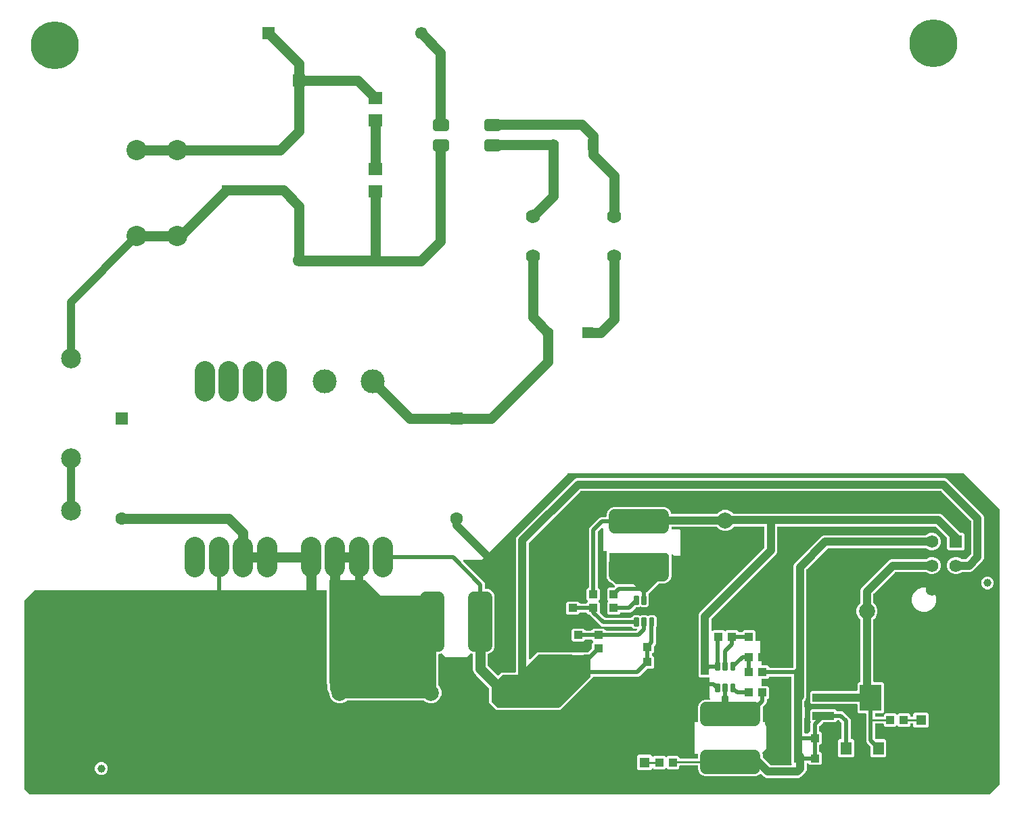
<source format=gbr>
G04 EAGLE Gerber RS-274X export*
G75*
%MOMM*%
%FSLAX34Y34*%
%LPD*%
%INTop Copper*%
%IPPOS*%
%AMOC8*
5,1,8,0,0,1.08239X$1,22.5*%
G01*
%ADD10R,1.550000X1.550000*%
%ADD11C,1.550000*%
%ADD12R,1.400000X1.400000*%
%ADD13C,1.400000*%
%ADD14C,2.000000*%
%ADD15R,1.100000X1.000000*%
%ADD16R,1.000000X1.100000*%
%ADD17C,0.775000*%
%ADD18R,1.400000X1.640000*%
%ADD19C,1.000000*%
%ADD20R,2.700000X3.300000*%
%ADD21R,2.700000X1.000000*%
%ADD22C,0.300000*%
%ADD23C,1.762000*%
%ADD24C,6.000000*%
%ADD25R,1.803000X1.600000*%
%ADD26C,2.500000*%
%ADD27C,3.000000*%
%ADD28C,2.540000*%
%ADD29R,1.570000X1.570000*%
%ADD30C,1.570000*%
%ADD31R,1.300000X1.300000*%
%ADD32C,1.300000*%
%ADD33C,1.500000*%
%ADD34R,1.500000X1.500000*%
%ADD35C,1.600000*%
%ADD36C,2.500000*%
%ADD37C,1.270000*%
%ADD38C,1.016000*%
%ADD39C,0.508000*%
%ADD40C,0.254000*%
%ADD41C,0.812800*%

G36*
X1219287Y11697D02*
X1219287Y11697D01*
X1219374Y11700D01*
X1219427Y11717D01*
X1219482Y11725D01*
X1219561Y11760D01*
X1219645Y11787D01*
X1219684Y11815D01*
X1219741Y11841D01*
X1219854Y11937D01*
X1219918Y11982D01*
X1232618Y24682D01*
X1232670Y24752D01*
X1232730Y24816D01*
X1232756Y24865D01*
X1232789Y24909D01*
X1232820Y24991D01*
X1232860Y25069D01*
X1232868Y25117D01*
X1232890Y25175D01*
X1232902Y25323D01*
X1232915Y25400D01*
X1232915Y368300D01*
X1232903Y368387D01*
X1232900Y368474D01*
X1232883Y368527D01*
X1232875Y368582D01*
X1232840Y368661D01*
X1232813Y368745D01*
X1232785Y368784D01*
X1232759Y368841D01*
X1232663Y368954D01*
X1232618Y369018D01*
X1188168Y413468D01*
X1188098Y413520D01*
X1188034Y413580D01*
X1187985Y413606D01*
X1187941Y413639D01*
X1187859Y413670D01*
X1187781Y413710D01*
X1187734Y413718D01*
X1187675Y413740D01*
X1187527Y413752D01*
X1187450Y413765D01*
X692150Y413765D01*
X692063Y413753D01*
X691976Y413750D01*
X691923Y413733D01*
X691869Y413725D01*
X691789Y413690D01*
X691705Y413663D01*
X691666Y413635D01*
X691609Y413609D01*
X691496Y413513D01*
X691432Y413468D01*
X583780Y305815D01*
X561722Y305815D01*
X561692Y305811D01*
X561663Y305814D01*
X561552Y305791D01*
X561440Y305775D01*
X561413Y305763D01*
X561385Y305758D01*
X561284Y305706D01*
X561181Y305659D01*
X561158Y305640D01*
X561132Y305627D01*
X561050Y305549D01*
X560964Y305476D01*
X560947Y305451D01*
X560926Y305431D01*
X560869Y305333D01*
X560806Y305239D01*
X560797Y305211D01*
X560782Y305186D01*
X560755Y305076D01*
X560720Y304968D01*
X560720Y304938D01*
X560712Y304910D01*
X560716Y304797D01*
X560713Y304684D01*
X560720Y304655D01*
X560721Y304626D01*
X560756Y304518D01*
X560785Y304409D01*
X560800Y304383D01*
X560809Y304355D01*
X560854Y304292D01*
X560930Y304164D01*
X560976Y304121D01*
X561004Y304082D01*
X587147Y277939D01*
X587991Y275902D01*
X587991Y270116D01*
X587999Y270058D01*
X587997Y270000D01*
X588019Y269918D01*
X588031Y269834D01*
X588054Y269781D01*
X588069Y269725D01*
X588112Y269652D01*
X588147Y269575D01*
X588185Y269530D01*
X588214Y269480D01*
X588276Y269422D01*
X588330Y269358D01*
X588379Y269326D01*
X588422Y269286D01*
X588497Y269247D01*
X588567Y269200D01*
X588623Y269183D01*
X588675Y269156D01*
X588743Y269145D01*
X588838Y269115D01*
X588938Y269112D01*
X589006Y269101D01*
X592039Y269101D01*
X595898Y267502D01*
X598852Y264548D01*
X600451Y260689D01*
X600451Y196511D01*
X598852Y192652D01*
X595898Y189698D01*
X592427Y188260D01*
X592426Y188259D01*
X592425Y188259D01*
X592352Y188216D01*
X592277Y188182D01*
X592234Y188146D01*
X592183Y188116D01*
X592182Y188115D01*
X592180Y188114D01*
X592119Y188049D01*
X592060Y187999D01*
X592031Y187955D01*
X591987Y187909D01*
X591987Y187908D01*
X591986Y187907D01*
X591943Y187824D01*
X591902Y187762D01*
X591887Y187714D01*
X591857Y187656D01*
X591857Y187655D01*
X591856Y187653D01*
X591854Y187639D01*
X591838Y187560D01*
X591816Y187491D01*
X591815Y187443D01*
X591802Y187377D01*
X591805Y187347D01*
X591801Y187322D01*
X591801Y173684D01*
X591813Y173597D01*
X591816Y173510D01*
X591833Y173457D01*
X591841Y173402D01*
X591876Y173322D01*
X591903Y173239D01*
X591931Y173200D01*
X591957Y173143D01*
X592053Y173030D01*
X592098Y172966D01*
X604040Y161024D01*
X604086Y160989D01*
X604127Y160947D01*
X604200Y160904D01*
X604267Y160853D01*
X604321Y160833D01*
X604372Y160803D01*
X604454Y160782D01*
X604532Y160752D01*
X604591Y160747D01*
X604647Y160733D01*
X604732Y160736D01*
X604816Y160729D01*
X604873Y160740D01*
X604932Y160742D01*
X605012Y160768D01*
X605094Y160785D01*
X605146Y160811D01*
X605202Y160829D01*
X605258Y160870D01*
X605347Y160916D01*
X605419Y160984D01*
X605475Y161024D01*
X608996Y164545D01*
X625904Y164545D01*
X625962Y164553D01*
X626020Y164551D01*
X626102Y164573D01*
X626186Y164585D01*
X626239Y164608D01*
X626295Y164623D01*
X626368Y164666D01*
X626445Y164701D01*
X626490Y164739D01*
X626540Y164768D01*
X626598Y164830D01*
X626662Y164884D01*
X626694Y164933D01*
X626734Y164976D01*
X626773Y165051D01*
X626820Y165121D01*
X626837Y165177D01*
X626864Y165229D01*
X626875Y165297D01*
X626905Y165392D01*
X626908Y165492D01*
X626919Y165560D01*
X626919Y331807D01*
X628150Y334777D01*
X700273Y406900D01*
X703243Y408131D01*
X1164057Y408131D01*
X1167027Y406900D01*
X1211750Y362177D01*
X1212981Y359207D01*
X1212981Y307693D01*
X1211750Y304723D01*
X1198627Y291600D01*
X1195657Y290369D01*
X1185385Y290369D01*
X1185298Y290357D01*
X1185211Y290354D01*
X1185158Y290337D01*
X1185104Y290329D01*
X1185024Y290294D01*
X1184941Y290267D01*
X1184901Y290239D01*
X1184844Y290213D01*
X1184731Y290117D01*
X1184667Y290072D01*
X1183847Y289251D01*
X1179858Y287599D01*
X1175542Y287599D01*
X1171553Y289251D01*
X1168501Y292303D01*
X1166849Y296292D01*
X1166849Y300608D01*
X1168501Y304597D01*
X1171553Y307649D01*
X1175542Y309301D01*
X1179858Y309301D01*
X1183847Y307649D01*
X1184667Y306828D01*
X1184737Y306776D01*
X1184801Y306716D01*
X1184850Y306690D01*
X1184894Y306657D01*
X1184976Y306626D01*
X1185054Y306586D01*
X1185102Y306578D01*
X1185160Y306556D01*
X1185308Y306544D01*
X1185385Y306531D01*
X1190282Y306531D01*
X1190369Y306543D01*
X1190456Y306546D01*
X1190509Y306563D01*
X1190564Y306571D01*
X1190644Y306606D01*
X1190727Y306633D01*
X1190766Y306661D01*
X1190823Y306687D01*
X1190937Y306783D01*
X1191000Y306828D01*
X1196522Y312350D01*
X1196574Y312420D01*
X1196634Y312483D01*
X1196660Y312533D01*
X1196693Y312577D01*
X1196724Y312659D01*
X1196764Y312737D01*
X1196772Y312784D01*
X1196794Y312843D01*
X1196806Y312990D01*
X1196819Y313068D01*
X1196819Y353832D01*
X1196811Y353889D01*
X1196813Y353940D01*
X1196805Y353968D01*
X1196804Y354006D01*
X1196787Y354059D01*
X1196779Y354114D01*
X1196750Y354179D01*
X1196741Y354215D01*
X1196732Y354231D01*
X1196717Y354277D01*
X1196689Y354316D01*
X1196663Y354373D01*
X1196609Y354437D01*
X1196596Y354460D01*
X1196568Y354486D01*
X1196567Y354487D01*
X1196522Y354550D01*
X1159400Y391672D01*
X1159330Y391724D01*
X1159267Y391784D01*
X1159217Y391810D01*
X1159173Y391843D01*
X1159091Y391874D01*
X1159013Y391914D01*
X1158966Y391922D01*
X1158907Y391944D01*
X1158760Y391956D01*
X1158682Y391969D01*
X708618Y391969D01*
X708531Y391957D01*
X708444Y391954D01*
X708391Y391937D01*
X708336Y391929D01*
X708256Y391894D01*
X708173Y391867D01*
X708134Y391839D01*
X708077Y391813D01*
X707963Y391717D01*
X707900Y391672D01*
X643378Y327150D01*
X643326Y327080D01*
X643266Y327017D01*
X643240Y326967D01*
X643207Y326923D01*
X643176Y326841D01*
X643136Y326763D01*
X643128Y326716D01*
X643106Y326657D01*
X643101Y326601D01*
X643095Y326580D01*
X643093Y326504D01*
X643081Y326432D01*
X643081Y182031D01*
X643085Y182002D01*
X643082Y181972D01*
X643105Y181861D01*
X643121Y181749D01*
X643133Y181722D01*
X643138Y181694D01*
X643190Y181593D01*
X643237Y181490D01*
X643256Y181467D01*
X643269Y181441D01*
X643347Y181359D01*
X643420Y181273D01*
X643445Y181256D01*
X643465Y181235D01*
X643563Y181178D01*
X643657Y181115D01*
X643685Y181106D01*
X643710Y181092D01*
X643820Y181064D01*
X643928Y181029D01*
X643958Y181029D01*
X643986Y181021D01*
X644099Y181025D01*
X644212Y181022D01*
X644241Y181030D01*
X644270Y181030D01*
X644378Y181065D01*
X644487Y181094D01*
X644513Y181109D01*
X644541Y181118D01*
X644604Y181163D01*
X644732Y181239D01*
X644775Y181285D01*
X644814Y181313D01*
X653446Y189945D01*
X717238Y189945D01*
X717325Y189957D01*
X717412Y189960D01*
X717465Y189977D01*
X717520Y189985D01*
X717600Y190020D01*
X717683Y190047D01*
X717722Y190075D01*
X717779Y190101D01*
X717893Y190197D01*
X717956Y190242D01*
X721452Y193738D01*
X721461Y193750D01*
X721466Y193754D01*
X721480Y193775D01*
X721504Y193808D01*
X721564Y193871D01*
X721590Y193921D01*
X721623Y193965D01*
X721654Y194047D01*
X721694Y194125D01*
X721702Y194172D01*
X721724Y194231D01*
X721736Y194378D01*
X721749Y194456D01*
X721749Y200943D01*
X723288Y202482D01*
X723324Y202529D01*
X723366Y202569D01*
X723409Y202642D01*
X723459Y202709D01*
X723480Y202764D01*
X723510Y202814D01*
X723530Y202896D01*
X723561Y202975D01*
X723565Y203033D01*
X723580Y203090D01*
X723577Y203174D01*
X723584Y203258D01*
X723573Y203316D01*
X723571Y203374D01*
X723545Y203454D01*
X723528Y203537D01*
X723501Y203589D01*
X723483Y203645D01*
X723443Y203701D01*
X723397Y203789D01*
X723329Y203862D01*
X723288Y203918D01*
X721671Y205536D01*
X721628Y205608D01*
X721593Y205685D01*
X721555Y205730D01*
X721526Y205780D01*
X721464Y205838D01*
X721410Y205902D01*
X721361Y205934D01*
X721318Y205974D01*
X721243Y206013D01*
X721173Y206060D01*
X721117Y206077D01*
X721065Y206104D01*
X720997Y206115D01*
X720902Y206145D01*
X720802Y206148D01*
X720734Y206159D01*
X714366Y206159D01*
X714308Y206151D01*
X714250Y206153D01*
X714168Y206131D01*
X714084Y206119D01*
X714031Y206096D01*
X713975Y206081D01*
X713902Y206038D01*
X713825Y206003D01*
X713780Y205965D01*
X713730Y205936D01*
X713672Y205874D01*
X713608Y205820D01*
X713576Y205771D01*
X713536Y205728D01*
X713497Y205653D01*
X713450Y205583D01*
X713438Y205545D01*
X711593Y203699D01*
X698107Y203699D01*
X696349Y205457D01*
X696349Y217943D01*
X698107Y219701D01*
X711593Y219701D01*
X713429Y217864D01*
X713472Y217792D01*
X713507Y217715D01*
X713545Y217670D01*
X713574Y217620D01*
X713636Y217562D01*
X713690Y217498D01*
X713739Y217466D01*
X713782Y217426D01*
X713857Y217387D01*
X713927Y217340D01*
X713983Y217323D01*
X714035Y217296D01*
X714103Y217285D01*
X714198Y217255D01*
X714298Y217252D01*
X714366Y217241D01*
X720734Y217241D01*
X720792Y217249D01*
X720850Y217247D01*
X720932Y217269D01*
X721016Y217281D01*
X721069Y217304D01*
X721125Y217319D01*
X721198Y217362D01*
X721275Y217397D01*
X721320Y217435D01*
X721370Y217464D01*
X721428Y217526D01*
X721492Y217580D01*
X721524Y217629D01*
X721564Y217672D01*
X721603Y217747D01*
X721650Y217817D01*
X721662Y217855D01*
X723507Y219701D01*
X736993Y219701D01*
X738829Y217864D01*
X738872Y217792D01*
X738907Y217715D01*
X738945Y217670D01*
X738974Y217620D01*
X739036Y217562D01*
X739090Y217498D01*
X739139Y217466D01*
X739182Y217426D01*
X739257Y217387D01*
X739327Y217340D01*
X739383Y217323D01*
X739435Y217296D01*
X739503Y217285D01*
X739598Y217255D01*
X739698Y217252D01*
X739766Y217241D01*
X777944Y217241D01*
X778031Y217253D01*
X778118Y217256D01*
X778171Y217273D01*
X778226Y217281D01*
X778305Y217316D01*
X778388Y217343D01*
X778428Y217371D01*
X778485Y217397D01*
X778598Y217492D01*
X778662Y217538D01*
X778690Y217566D01*
X778699Y217578D01*
X778702Y217580D01*
X778709Y217590D01*
X778730Y217609D01*
X778793Y217703D01*
X778861Y217793D01*
X778872Y217820D01*
X778888Y217845D01*
X778922Y217953D01*
X778962Y218058D01*
X778965Y218088D01*
X778974Y218116D01*
X778977Y218229D01*
X778986Y218342D01*
X778980Y218371D01*
X778981Y218400D01*
X778953Y218510D01*
X778930Y218620D01*
X778917Y218647D01*
X778909Y218675D01*
X778852Y218772D01*
X778800Y218873D01*
X778779Y218894D01*
X778764Y218920D01*
X778682Y218997D01*
X778604Y219079D01*
X778578Y219094D01*
X778557Y219114D01*
X778456Y219166D01*
X778359Y219223D01*
X778330Y219230D01*
X778304Y219244D01*
X778226Y219257D01*
X778083Y219293D01*
X778020Y219291D01*
X777972Y219299D01*
X774536Y219299D01*
X771873Y221962D01*
X771803Y222014D01*
X771739Y222074D01*
X771690Y222100D01*
X771646Y222133D01*
X771564Y222164D01*
X771486Y222204D01*
X771439Y222212D01*
X771380Y222234D01*
X771233Y222246D01*
X771155Y222259D01*
X735028Y222259D01*
X732991Y223103D01*
X719196Y236898D01*
X719137Y236998D01*
X719066Y237117D01*
X719065Y237118D01*
X719064Y237120D01*
X718960Y237218D01*
X718860Y237312D01*
X718858Y237313D01*
X718857Y237314D01*
X718733Y237377D01*
X718607Y237443D01*
X718605Y237443D01*
X718604Y237444D01*
X718589Y237446D01*
X718328Y237498D01*
X718297Y237495D01*
X718273Y237499D01*
X717157Y237499D01*
X715321Y239336D01*
X715278Y239408D01*
X715243Y239485D01*
X715205Y239530D01*
X715176Y239580D01*
X715114Y239638D01*
X715060Y239702D01*
X715011Y239734D01*
X714968Y239774D01*
X714893Y239813D01*
X714823Y239860D01*
X714767Y239877D01*
X714715Y239904D01*
X714647Y239915D01*
X714552Y239945D01*
X714452Y239948D01*
X714384Y239959D01*
X708016Y239959D01*
X707958Y239951D01*
X707900Y239953D01*
X707818Y239931D01*
X707734Y239919D01*
X707681Y239896D01*
X707625Y239881D01*
X707552Y239838D01*
X707475Y239803D01*
X707430Y239765D01*
X707380Y239736D01*
X707322Y239674D01*
X707258Y239620D01*
X707226Y239571D01*
X707186Y239528D01*
X707147Y239453D01*
X707100Y239383D01*
X707088Y239345D01*
X705243Y237499D01*
X691757Y237499D01*
X689999Y239257D01*
X689999Y251743D01*
X691757Y253501D01*
X705243Y253501D01*
X707079Y251664D01*
X707122Y251592D01*
X707157Y251515D01*
X707195Y251470D01*
X707224Y251420D01*
X707286Y251362D01*
X707340Y251298D01*
X707389Y251266D01*
X707432Y251226D01*
X707507Y251187D01*
X707577Y251140D01*
X707633Y251123D01*
X707685Y251096D01*
X707753Y251085D01*
X707848Y251055D01*
X707948Y251052D01*
X708016Y251041D01*
X714384Y251041D01*
X714442Y251049D01*
X714500Y251047D01*
X714582Y251069D01*
X714666Y251081D01*
X714719Y251104D01*
X714775Y251119D01*
X714848Y251162D01*
X714925Y251197D01*
X714970Y251235D01*
X715020Y251264D01*
X715078Y251326D01*
X715142Y251380D01*
X715174Y251429D01*
X715214Y251472D01*
X715253Y251547D01*
X715300Y251617D01*
X715312Y251655D01*
X716938Y253282D01*
X716974Y253329D01*
X717016Y253369D01*
X717059Y253442D01*
X717109Y253509D01*
X717130Y253564D01*
X717160Y253614D01*
X717180Y253696D01*
X717211Y253775D01*
X717215Y253833D01*
X717230Y253890D01*
X717227Y253974D01*
X717234Y254058D01*
X717223Y254116D01*
X717221Y254174D01*
X717195Y254254D01*
X717178Y254337D01*
X717151Y254389D01*
X717133Y254445D01*
X717093Y254501D01*
X717047Y254589D01*
X716979Y254662D01*
X716938Y254718D01*
X715399Y256257D01*
X715399Y268743D01*
X717157Y270501D01*
X717344Y270501D01*
X717402Y270509D01*
X717460Y270507D01*
X717542Y270529D01*
X717626Y270541D01*
X717679Y270564D01*
X717735Y270579D01*
X717808Y270622D01*
X717885Y270657D01*
X717930Y270695D01*
X717980Y270724D01*
X718038Y270786D01*
X718102Y270840D01*
X718134Y270889D01*
X718174Y270932D01*
X718213Y271007D01*
X718260Y271077D01*
X718277Y271133D01*
X718304Y271185D01*
X718315Y271253D01*
X718345Y271348D01*
X718348Y271448D01*
X718359Y271516D01*
X718359Y344002D01*
X719203Y346039D01*
X731711Y358547D01*
X733748Y359391D01*
X739534Y359391D01*
X739592Y359399D01*
X739650Y359397D01*
X739732Y359419D01*
X739816Y359431D01*
X739869Y359454D01*
X739925Y359469D01*
X739998Y359512D01*
X740075Y359547D01*
X740120Y359585D01*
X740170Y359614D01*
X740228Y359676D01*
X740292Y359730D01*
X740324Y359779D01*
X740364Y359822D01*
X740403Y359897D01*
X740450Y359967D01*
X740467Y360023D01*
X740494Y360075D01*
X740505Y360143D01*
X740535Y360238D01*
X740538Y360338D01*
X740549Y360406D01*
X740549Y363439D01*
X742148Y367298D01*
X745102Y370252D01*
X748961Y371851D01*
X813139Y371851D01*
X816998Y370252D01*
X819952Y367298D01*
X821357Y363907D01*
X821357Y363906D01*
X821358Y363905D01*
X821429Y363784D01*
X821501Y363663D01*
X821502Y363662D01*
X821503Y363660D01*
X821607Y363563D01*
X821708Y363467D01*
X821709Y363467D01*
X821710Y363466D01*
X821836Y363401D01*
X821960Y363337D01*
X821962Y363337D01*
X821963Y363336D01*
X821978Y363334D01*
X822239Y363282D01*
X822270Y363285D01*
X822295Y363281D01*
X878274Y363281D01*
X878361Y363293D01*
X878448Y363296D01*
X878501Y363313D01*
X878556Y363321D01*
X878636Y363356D01*
X878719Y363383D01*
X878758Y363411D01*
X878815Y363437D01*
X878929Y363533D01*
X878992Y363578D01*
X881636Y366221D01*
X886414Y368201D01*
X891586Y368201D01*
X896364Y366221D01*
X898608Y363978D01*
X898677Y363926D01*
X898741Y363866D01*
X898791Y363840D01*
X898835Y363807D01*
X898917Y363776D01*
X898995Y363736D01*
X899042Y363728D01*
X899101Y363706D01*
X899248Y363694D01*
X899326Y363681D01*
X1157307Y363681D01*
X1160277Y362450D01*
X1182134Y340593D01*
X1182135Y340593D01*
X1183130Y339598D01*
X1183200Y339546D01*
X1183263Y339486D01*
X1183313Y339460D01*
X1183357Y339427D01*
X1183439Y339396D01*
X1183517Y339356D01*
X1183564Y339348D01*
X1183623Y339326D01*
X1183770Y339314D01*
X1183848Y339301D01*
X1186793Y339301D01*
X1188551Y337543D01*
X1188551Y319357D01*
X1186793Y317599D01*
X1168607Y317599D01*
X1166849Y319357D01*
X1166849Y332602D01*
X1166837Y332689D01*
X1166834Y332776D01*
X1166817Y332829D01*
X1166809Y332884D01*
X1166774Y332964D01*
X1166747Y333047D01*
X1166719Y333086D01*
X1166693Y333143D01*
X1166597Y333256D01*
X1166552Y333320D01*
X1152650Y347222D01*
X1152580Y347274D01*
X1152517Y347334D01*
X1152467Y347360D01*
X1152423Y347393D01*
X1152341Y347424D01*
X1152263Y347464D01*
X1152216Y347472D01*
X1152157Y347494D01*
X1152010Y347506D01*
X1151932Y347519D01*
X955246Y347519D01*
X955188Y347511D01*
X955130Y347513D01*
X955048Y347491D01*
X954964Y347479D01*
X954911Y347456D01*
X954855Y347441D01*
X954782Y347398D01*
X954705Y347363D01*
X954660Y347325D01*
X954610Y347296D01*
X954552Y347234D01*
X954488Y347180D01*
X954456Y347131D01*
X954416Y347088D01*
X954377Y347013D01*
X954330Y346943D01*
X954313Y346887D01*
X954286Y346835D01*
X954275Y346767D01*
X954245Y346672D01*
X954242Y346572D01*
X954231Y346504D01*
X954231Y315893D01*
X953000Y312923D01*
X871978Y231900D01*
X871926Y231830D01*
X871866Y231767D01*
X871840Y231717D01*
X871807Y231673D01*
X871776Y231591D01*
X871736Y231513D01*
X871728Y231466D01*
X871706Y231407D01*
X871694Y231260D01*
X871681Y231182D01*
X871681Y217925D01*
X871685Y217896D01*
X871682Y217867D01*
X871705Y217756D01*
X871721Y217644D01*
X871733Y217617D01*
X871738Y217588D01*
X871791Y217488D01*
X871837Y217385D01*
X871856Y217362D01*
X871869Y217336D01*
X871947Y217254D01*
X872020Y217168D01*
X872045Y217151D01*
X872065Y217130D01*
X872163Y217073D01*
X872257Y217010D01*
X872285Y217001D01*
X872310Y216986D01*
X872420Y216958D01*
X872528Y216924D01*
X872558Y216923D01*
X872586Y216916D01*
X872699Y216920D01*
X872812Y216917D01*
X872841Y216924D01*
X872870Y216925D01*
X872978Y216960D01*
X873087Y216989D01*
X873113Y217004D01*
X873141Y217013D01*
X873205Y217058D01*
X873332Y217134D01*
X873375Y217180D01*
X873414Y217208D01*
X874257Y218051D01*
X886743Y218051D01*
X888282Y216512D01*
X888329Y216476D01*
X888369Y216434D01*
X888442Y216391D01*
X888509Y216341D01*
X888564Y216320D01*
X888614Y216290D01*
X888696Y216270D01*
X888775Y216239D01*
X888833Y216235D01*
X888890Y216220D01*
X888974Y216223D01*
X889058Y216216D01*
X889116Y216227D01*
X889174Y216229D01*
X889254Y216255D01*
X889337Y216272D01*
X889389Y216299D01*
X889445Y216317D01*
X889501Y216357D01*
X889589Y216403D01*
X889662Y216471D01*
X889718Y216512D01*
X891257Y218051D01*
X903743Y218051D01*
X905501Y216293D01*
X905501Y216106D01*
X905509Y216048D01*
X905507Y215990D01*
X905529Y215908D01*
X905541Y215824D01*
X905564Y215771D01*
X905579Y215715D01*
X905622Y215642D01*
X905657Y215565D01*
X905695Y215520D01*
X905724Y215470D01*
X905786Y215412D01*
X905840Y215348D01*
X905889Y215316D01*
X905932Y215276D01*
X906007Y215237D01*
X906077Y215190D01*
X906133Y215173D01*
X906185Y215146D01*
X906253Y215135D01*
X906348Y215105D01*
X906448Y215102D01*
X906516Y215091D01*
X909584Y215091D01*
X909642Y215099D01*
X909700Y215097D01*
X909782Y215119D01*
X909866Y215131D01*
X909919Y215154D01*
X909975Y215169D01*
X910048Y215212D01*
X910125Y215247D01*
X910170Y215285D01*
X910220Y215314D01*
X910278Y215376D01*
X910342Y215430D01*
X910374Y215479D01*
X910414Y215522D01*
X910453Y215597D01*
X910500Y215667D01*
X910517Y215723D01*
X910544Y215775D01*
X910555Y215843D01*
X910585Y215938D01*
X910588Y216038D01*
X910599Y216106D01*
X910599Y216293D01*
X912357Y218051D01*
X924843Y218051D01*
X926601Y216293D01*
X926601Y204851D01*
X926609Y204793D01*
X926607Y204735D01*
X926629Y204653D01*
X926641Y204569D01*
X926664Y204516D01*
X926679Y204460D01*
X926722Y204387D01*
X926757Y204310D01*
X926795Y204265D01*
X926824Y204215D01*
X926886Y204157D01*
X926940Y204093D01*
X926989Y204061D01*
X927032Y204021D01*
X927107Y203982D01*
X927177Y203935D01*
X927233Y203918D01*
X927285Y203891D01*
X927353Y203880D01*
X927448Y203850D01*
X927548Y203847D01*
X927616Y203836D01*
X933713Y203836D01*
X934086Y203463D01*
X934086Y174616D01*
X934094Y174558D01*
X934092Y174500D01*
X934114Y174418D01*
X934126Y174334D01*
X934149Y174281D01*
X934164Y174225D01*
X934207Y174152D01*
X934242Y174075D01*
X934280Y174030D01*
X934309Y173980D01*
X934371Y173922D01*
X934425Y173858D01*
X934474Y173826D01*
X934517Y173786D01*
X934592Y173747D01*
X934662Y173700D01*
X934718Y173683D01*
X934770Y173656D01*
X934838Y173645D01*
X934933Y173615D01*
X935033Y173612D01*
X935101Y173601D01*
X941843Y173601D01*
X943601Y171843D01*
X943601Y171656D01*
X943609Y171598D01*
X943607Y171540D01*
X943629Y171458D01*
X943641Y171374D01*
X943664Y171321D01*
X943679Y171265D01*
X943722Y171192D01*
X943757Y171115D01*
X943795Y171070D01*
X943824Y171020D01*
X943886Y170962D01*
X943940Y170898D01*
X943989Y170866D01*
X944032Y170826D01*
X944107Y170787D01*
X944177Y170740D01*
X944233Y170723D01*
X944285Y170696D01*
X944353Y170685D01*
X944448Y170655D01*
X944548Y170652D01*
X944616Y170641D01*
X973494Y170641D01*
X973552Y170649D01*
X973610Y170647D01*
X973692Y170669D01*
X973776Y170681D01*
X973829Y170704D01*
X973885Y170719D01*
X973958Y170762D01*
X974035Y170797D01*
X974080Y170835D01*
X974130Y170864D01*
X974188Y170926D01*
X974252Y170980D01*
X974284Y171029D01*
X974324Y171072D01*
X974363Y171147D01*
X974410Y171217D01*
X974427Y171273D01*
X974454Y171325D01*
X974465Y171393D01*
X974495Y171488D01*
X974498Y171588D01*
X974509Y171656D01*
X974509Y298397D01*
X975740Y301367D01*
X978155Y303783D01*
X1007257Y332885D01*
X1009673Y335300D01*
X1012643Y336531D01*
X1140015Y336531D01*
X1140102Y336543D01*
X1140189Y336546D01*
X1140242Y336563D01*
X1140296Y336571D01*
X1140376Y336606D01*
X1140459Y336633D01*
X1140499Y336661D01*
X1140556Y336687D01*
X1140669Y336783D01*
X1140733Y336828D01*
X1141553Y337649D01*
X1145542Y339301D01*
X1149858Y339301D01*
X1153847Y337649D01*
X1156899Y334597D01*
X1158551Y330608D01*
X1158551Y326292D01*
X1156899Y322303D01*
X1153847Y319251D01*
X1149858Y317599D01*
X1145542Y317599D01*
X1141553Y319251D01*
X1140733Y320072D01*
X1140663Y320124D01*
X1140599Y320184D01*
X1140550Y320210D01*
X1140506Y320243D01*
X1140424Y320274D01*
X1140346Y320314D01*
X1140298Y320322D01*
X1140240Y320344D01*
X1140092Y320356D01*
X1140015Y320369D01*
X1018018Y320369D01*
X1017931Y320357D01*
X1017844Y320354D01*
X1017791Y320337D01*
X1017736Y320329D01*
X1017656Y320294D01*
X1017573Y320267D01*
X1017534Y320239D01*
X1017477Y320213D01*
X1017363Y320117D01*
X1017300Y320072D01*
X990968Y293740D01*
X990916Y293670D01*
X990856Y293607D01*
X990830Y293557D01*
X990797Y293513D01*
X990766Y293431D01*
X990726Y293353D01*
X990718Y293306D01*
X990696Y293247D01*
X990684Y293100D01*
X990671Y293022D01*
X990671Y133403D01*
X989440Y130433D01*
X988428Y129420D01*
X988376Y129350D01*
X988316Y129287D01*
X988290Y129237D01*
X988257Y129193D01*
X988226Y129111D01*
X988186Y129033D01*
X988178Y128986D01*
X988156Y128927D01*
X988144Y128780D01*
X988131Y128702D01*
X988131Y121383D01*
X988143Y121297D01*
X988146Y121209D01*
X988163Y121157D01*
X988171Y121102D01*
X988206Y121022D01*
X988233Y120939D01*
X988261Y120900D01*
X988287Y120843D01*
X988383Y120729D01*
X988405Y120698D01*
X988406Y120696D01*
X988407Y120695D01*
X988428Y120666D01*
X988551Y120543D01*
X988551Y108057D01*
X988428Y107934D01*
X988376Y107865D01*
X988316Y107801D01*
X988290Y107751D01*
X988257Y107707D01*
X988226Y107626D01*
X988186Y107548D01*
X988178Y107500D01*
X988156Y107442D01*
X988144Y107294D01*
X988131Y107217D01*
X988131Y89633D01*
X988143Y89547D01*
X988146Y89459D01*
X988163Y89407D01*
X988171Y89352D01*
X988206Y89272D01*
X988233Y89189D01*
X988261Y89150D01*
X988287Y89093D01*
X988383Y88979D01*
X988428Y88916D01*
X988629Y88714D01*
X988672Y88642D01*
X988707Y88565D01*
X988745Y88520D01*
X988774Y88470D01*
X988836Y88412D01*
X988890Y88348D01*
X988939Y88316D01*
X988982Y88276D01*
X989057Y88237D01*
X989127Y88190D01*
X989183Y88173D01*
X989235Y88146D01*
X989303Y88135D01*
X989398Y88105D01*
X989498Y88102D01*
X989566Y88091D01*
X991634Y88091D01*
X991692Y88099D01*
X991750Y88097D01*
X991832Y88119D01*
X991916Y88131D01*
X991969Y88154D01*
X992025Y88169D01*
X992098Y88212D01*
X992175Y88247D01*
X992220Y88285D01*
X992270Y88314D01*
X992328Y88376D01*
X992392Y88430D01*
X992424Y88479D01*
X992464Y88522D01*
X992503Y88597D01*
X992550Y88667D01*
X992562Y88705D01*
X994407Y90551D01*
X994594Y90551D01*
X994652Y90559D01*
X994710Y90557D01*
X994792Y90579D01*
X994876Y90591D01*
X994929Y90614D01*
X994985Y90629D01*
X995058Y90672D01*
X995135Y90707D01*
X995180Y90745D01*
X995230Y90774D01*
X995288Y90836D01*
X995352Y90890D01*
X995384Y90939D01*
X995424Y90982D01*
X995463Y91057D01*
X995510Y91127D01*
X995527Y91183D01*
X995554Y91235D01*
X995565Y91303D01*
X995595Y91398D01*
X995598Y91498D01*
X995609Y91566D01*
X995609Y100702D01*
X996285Y102335D01*
X996286Y102336D01*
X996287Y102337D01*
X996320Y102470D01*
X996356Y102610D01*
X996356Y102611D01*
X996357Y102613D01*
X996352Y102754D01*
X996348Y102894D01*
X996348Y102895D01*
X996348Y102897D01*
X996306Y103026D01*
X996262Y103165D01*
X996261Y103166D01*
X996260Y103168D01*
X996251Y103180D01*
X996103Y103401D01*
X996080Y103421D01*
X996065Y103441D01*
X995399Y104107D01*
X995399Y116593D01*
X997157Y118351D01*
X1026643Y118351D01*
X1028479Y116514D01*
X1028522Y116442D01*
X1028557Y116365D01*
X1028595Y116320D01*
X1028624Y116270D01*
X1028686Y116212D01*
X1028740Y116148D01*
X1028789Y116116D01*
X1028832Y116076D01*
X1028907Y116037D01*
X1028977Y115990D01*
X1029033Y115973D01*
X1029085Y115946D01*
X1029153Y115935D01*
X1029248Y115905D01*
X1029348Y115902D01*
X1029416Y115891D01*
X1035022Y115891D01*
X1037059Y115047D01*
X1044997Y107109D01*
X1045841Y105072D01*
X1045841Y82066D01*
X1045849Y82008D01*
X1045847Y81950D01*
X1045869Y81868D01*
X1045881Y81784D01*
X1045904Y81731D01*
X1045919Y81675D01*
X1045962Y81602D01*
X1045997Y81525D01*
X1046035Y81480D01*
X1046064Y81430D01*
X1046126Y81372D01*
X1046180Y81308D01*
X1046229Y81276D01*
X1046272Y81236D01*
X1046347Y81197D01*
X1046417Y81150D01*
X1046473Y81133D01*
X1046525Y81106D01*
X1046593Y81095D01*
X1046688Y81065D01*
X1046788Y81062D01*
X1046856Y81051D01*
X1048543Y81051D01*
X1050301Y79293D01*
X1050301Y60407D01*
X1048543Y58649D01*
X1032057Y58649D01*
X1030299Y60407D01*
X1030299Y79293D01*
X1032057Y81051D01*
X1033744Y81051D01*
X1033802Y81059D01*
X1033860Y81057D01*
X1033942Y81079D01*
X1034026Y81091D01*
X1034079Y81114D01*
X1034135Y81129D01*
X1034208Y81172D01*
X1034285Y81207D01*
X1034330Y81245D01*
X1034380Y81274D01*
X1034438Y81336D01*
X1034502Y81390D01*
X1034534Y81439D01*
X1034574Y81482D01*
X1034613Y81557D01*
X1034660Y81627D01*
X1034677Y81683D01*
X1034704Y81735D01*
X1034715Y81803D01*
X1034745Y81898D01*
X1034748Y81998D01*
X1034759Y82066D01*
X1034759Y101254D01*
X1034747Y101341D01*
X1034744Y101428D01*
X1034727Y101481D01*
X1034719Y101536D01*
X1034684Y101616D01*
X1034657Y101699D01*
X1034629Y101738D01*
X1034603Y101795D01*
X1034507Y101909D01*
X1034462Y101972D01*
X1031922Y104512D01*
X1031853Y104564D01*
X1031789Y104624D01*
X1031739Y104650D01*
X1031695Y104683D01*
X1031613Y104714D01*
X1031535Y104754D01*
X1031488Y104762D01*
X1031429Y104784D01*
X1031282Y104796D01*
X1031204Y104809D01*
X1029416Y104809D01*
X1029358Y104801D01*
X1029300Y104803D01*
X1029218Y104781D01*
X1029134Y104769D01*
X1029081Y104746D01*
X1029025Y104731D01*
X1028952Y104688D01*
X1028875Y104653D01*
X1028830Y104615D01*
X1028780Y104586D01*
X1028722Y104524D01*
X1028658Y104470D01*
X1028626Y104421D01*
X1028586Y104378D01*
X1028547Y104303D01*
X1028500Y104233D01*
X1028488Y104195D01*
X1026643Y102349D01*
X1012156Y102349D01*
X1012069Y102337D01*
X1011982Y102334D01*
X1011929Y102317D01*
X1011874Y102309D01*
X1011794Y102274D01*
X1011711Y102247D01*
X1011672Y102219D01*
X1011615Y102193D01*
X1011501Y102097D01*
X1011438Y102052D01*
X1006988Y97602D01*
X1006936Y97532D01*
X1006876Y97469D01*
X1006850Y97419D01*
X1006817Y97375D01*
X1006786Y97293D01*
X1006746Y97215D01*
X1006738Y97168D01*
X1006716Y97109D01*
X1006704Y96962D01*
X1006691Y96884D01*
X1006691Y91566D01*
X1006699Y91508D01*
X1006697Y91450D01*
X1006719Y91368D01*
X1006731Y91284D01*
X1006754Y91231D01*
X1006769Y91175D01*
X1006812Y91102D01*
X1006847Y91025D01*
X1006885Y90980D01*
X1006914Y90930D01*
X1006976Y90872D01*
X1007030Y90808D01*
X1007079Y90776D01*
X1007122Y90736D01*
X1007197Y90697D01*
X1007267Y90650D01*
X1007323Y90633D01*
X1007375Y90606D01*
X1007443Y90595D01*
X1007538Y90565D01*
X1007638Y90562D01*
X1007706Y90551D01*
X1007893Y90551D01*
X1009651Y88793D01*
X1009651Y76307D01*
X1007893Y74549D01*
X1007706Y74549D01*
X1007648Y74541D01*
X1007590Y74543D01*
X1007508Y74521D01*
X1007424Y74509D01*
X1007371Y74486D01*
X1007315Y74471D01*
X1007242Y74428D01*
X1007165Y74393D01*
X1007120Y74355D01*
X1007070Y74326D01*
X1007012Y74264D01*
X1006948Y74210D01*
X1006916Y74161D01*
X1006876Y74118D01*
X1006837Y74043D01*
X1006790Y73973D01*
X1006773Y73917D01*
X1006746Y73865D01*
X1006735Y73797D01*
X1006705Y73702D01*
X1006702Y73602D01*
X1006691Y73534D01*
X1006691Y66166D01*
X1006699Y66108D01*
X1006697Y66050D01*
X1006719Y65968D01*
X1006731Y65884D01*
X1006754Y65831D01*
X1006769Y65775D01*
X1006812Y65702D01*
X1006847Y65625D01*
X1006885Y65580D01*
X1006914Y65530D01*
X1006976Y65472D01*
X1007030Y65408D01*
X1007079Y65376D01*
X1007122Y65336D01*
X1007197Y65297D01*
X1007267Y65250D01*
X1007323Y65233D01*
X1007375Y65206D01*
X1007443Y65195D01*
X1007538Y65165D01*
X1007638Y65162D01*
X1007706Y65151D01*
X1007893Y65151D01*
X1009651Y63393D01*
X1009651Y50907D01*
X1007893Y49149D01*
X994407Y49149D01*
X992794Y50762D01*
X992770Y50780D01*
X992751Y50802D01*
X992657Y50865D01*
X992567Y50933D01*
X992539Y50944D01*
X992515Y50960D01*
X992407Y50994D01*
X992301Y51035D01*
X992272Y51037D01*
X992244Y51046D01*
X992130Y51049D01*
X992018Y51058D01*
X991989Y51052D01*
X991960Y51053D01*
X991850Y51025D01*
X991739Y51002D01*
X991713Y50989D01*
X991685Y50981D01*
X991587Y50923D01*
X991487Y50871D01*
X991465Y50851D01*
X991440Y50836D01*
X991363Y50754D01*
X991281Y50675D01*
X991266Y50650D01*
X991246Y50629D01*
X991194Y50528D01*
X991137Y50430D01*
X991130Y50402D01*
X991116Y50376D01*
X991103Y50298D01*
X991067Y50155D01*
X991069Y50092D01*
X991061Y50045D01*
X991061Y42843D01*
X989830Y39873D01*
X983747Y33790D01*
X980777Y32559D01*
X940733Y32559D01*
X937763Y33790D01*
X934069Y37483D01*
X934022Y37518D01*
X933982Y37561D01*
X933909Y37603D01*
X933842Y37654D01*
X933787Y37675D01*
X933737Y37704D01*
X933655Y37725D01*
X933576Y37755D01*
X933518Y37760D01*
X933461Y37774D01*
X933377Y37772D01*
X933293Y37779D01*
X933236Y37767D01*
X933177Y37765D01*
X933097Y37739D01*
X933014Y37723D01*
X932962Y37696D01*
X932907Y37678D01*
X932850Y37638D01*
X932762Y37592D01*
X932690Y37523D01*
X932633Y37483D01*
X931298Y36148D01*
X927439Y34549D01*
X863261Y34549D01*
X859402Y36148D01*
X856448Y39102D01*
X854849Y42961D01*
X854849Y47264D01*
X854842Y47315D01*
X854843Y47335D01*
X854842Y47339D01*
X854843Y47380D01*
X854821Y47462D01*
X854809Y47546D01*
X854786Y47599D01*
X854771Y47655D01*
X854728Y47728D01*
X854693Y47805D01*
X854655Y47850D01*
X854626Y47900D01*
X854564Y47958D01*
X854510Y48022D01*
X854461Y48054D01*
X854418Y48094D01*
X854343Y48133D01*
X854273Y48180D01*
X854217Y48197D01*
X854165Y48224D01*
X854097Y48235D01*
X854002Y48265D01*
X853902Y48268D01*
X853834Y48279D01*
X832516Y48279D01*
X832458Y48271D01*
X832400Y48273D01*
X832318Y48251D01*
X832234Y48239D01*
X832181Y48216D01*
X832125Y48201D01*
X832052Y48158D01*
X831975Y48123D01*
X831930Y48085D01*
X831880Y48056D01*
X831822Y47994D01*
X831758Y47940D01*
X831726Y47891D01*
X831686Y47848D01*
X831647Y47773D01*
X831600Y47703D01*
X831583Y47647D01*
X831556Y47595D01*
X831545Y47527D01*
X831515Y47432D01*
X831512Y47332D01*
X831501Y47264D01*
X831501Y45257D01*
X829743Y43499D01*
X817257Y43499D01*
X815718Y45038D01*
X815671Y45074D01*
X815631Y45116D01*
X815558Y45159D01*
X815491Y45209D01*
X815436Y45230D01*
X815386Y45260D01*
X815304Y45280D01*
X815225Y45311D01*
X815167Y45315D01*
X815110Y45330D01*
X815026Y45327D01*
X814942Y45334D01*
X814884Y45323D01*
X814826Y45321D01*
X814746Y45295D01*
X814663Y45278D01*
X814611Y45251D01*
X814555Y45233D01*
X814499Y45193D01*
X814411Y45147D01*
X814338Y45078D01*
X814282Y45038D01*
X812743Y43499D01*
X800257Y43499D01*
X799218Y44538D01*
X799171Y44574D01*
X799131Y44616D01*
X799058Y44659D01*
X798991Y44709D01*
X798936Y44730D01*
X798886Y44760D01*
X798804Y44780D01*
X798725Y44811D01*
X798667Y44815D01*
X798610Y44830D01*
X798526Y44827D01*
X798442Y44834D01*
X798384Y44823D01*
X798326Y44821D01*
X798246Y44795D01*
X798163Y44778D01*
X798111Y44751D01*
X798055Y44733D01*
X797999Y44693D01*
X797911Y44647D01*
X797838Y44579D01*
X797782Y44538D01*
X795743Y42499D01*
X780257Y42499D01*
X778499Y44257D01*
X778499Y59743D01*
X780257Y61501D01*
X795743Y61501D01*
X797782Y59462D01*
X797829Y59426D01*
X797869Y59384D01*
X797942Y59341D01*
X798009Y59291D01*
X798064Y59270D01*
X798114Y59240D01*
X798196Y59219D01*
X798275Y59189D01*
X798333Y59185D01*
X798390Y59170D01*
X798474Y59173D01*
X798558Y59166D01*
X798615Y59177D01*
X798674Y59179D01*
X798754Y59205D01*
X798837Y59222D01*
X798889Y59249D01*
X798944Y59267D01*
X799001Y59307D01*
X799089Y59353D01*
X799162Y59422D01*
X799218Y59462D01*
X800257Y60501D01*
X812743Y60501D01*
X814282Y58962D01*
X814329Y58926D01*
X814369Y58884D01*
X814442Y58841D01*
X814509Y58791D01*
X814564Y58770D01*
X814614Y58740D01*
X814696Y58720D01*
X814775Y58689D01*
X814833Y58685D01*
X814890Y58670D01*
X814974Y58673D01*
X815058Y58666D01*
X815116Y58677D01*
X815174Y58679D01*
X815254Y58705D01*
X815337Y58722D01*
X815389Y58749D01*
X815445Y58767D01*
X815501Y58807D01*
X815589Y58853D01*
X815662Y58921D01*
X815718Y58962D01*
X817257Y60501D01*
X829743Y60501D01*
X831501Y58743D01*
X831501Y57836D01*
X831509Y57778D01*
X831507Y57720D01*
X831529Y57638D01*
X831541Y57554D01*
X831564Y57501D01*
X831579Y57445D01*
X831622Y57372D01*
X831657Y57295D01*
X831695Y57250D01*
X831724Y57200D01*
X831786Y57142D01*
X831840Y57078D01*
X831889Y57046D01*
X831932Y57006D01*
X832007Y56967D01*
X832077Y56920D01*
X832133Y56903D01*
X832185Y56876D01*
X832253Y56865D01*
X832348Y56835D01*
X832448Y56832D01*
X832516Y56821D01*
X853834Y56821D01*
X853892Y56829D01*
X853950Y56827D01*
X854032Y56849D01*
X854116Y56861D01*
X854169Y56884D01*
X854225Y56899D01*
X854298Y56942D01*
X854375Y56977D01*
X854420Y57015D01*
X854470Y57044D01*
X854528Y57106D01*
X854592Y57160D01*
X854624Y57209D01*
X854664Y57252D01*
X854703Y57327D01*
X854750Y57397D01*
X854767Y57453D01*
X854794Y57505D01*
X854805Y57573D01*
X854835Y57668D01*
X854838Y57768D01*
X854849Y57836D01*
X854849Y61849D01*
X854841Y61907D01*
X854843Y61965D01*
X854821Y62047D01*
X854809Y62131D01*
X854786Y62184D01*
X854771Y62240D01*
X854728Y62313D01*
X854693Y62390D01*
X854655Y62435D01*
X854626Y62485D01*
X854564Y62543D01*
X854510Y62607D01*
X854461Y62639D01*
X854418Y62679D01*
X854343Y62718D01*
X854273Y62765D01*
X854217Y62782D01*
X854165Y62809D01*
X854097Y62820D01*
X854002Y62850D01*
X853902Y62853D01*
X853834Y62864D01*
X850637Y62864D01*
X850264Y63237D01*
X850264Y101863D01*
X850637Y102236D01*
X853834Y102236D01*
X853892Y102244D01*
X853950Y102242D01*
X854032Y102264D01*
X854116Y102276D01*
X854169Y102299D01*
X854225Y102314D01*
X854298Y102357D01*
X854375Y102392D01*
X854420Y102430D01*
X854470Y102459D01*
X854528Y102521D01*
X854592Y102575D01*
X854624Y102624D01*
X854664Y102667D01*
X854703Y102742D01*
X854750Y102812D01*
X854767Y102868D01*
X854794Y102920D01*
X854805Y102988D01*
X854835Y103083D01*
X854838Y103183D01*
X854849Y103251D01*
X854849Y122139D01*
X856448Y125998D01*
X859402Y128952D01*
X863261Y130551D01*
X869399Y130551D01*
X869428Y130555D01*
X869457Y130552D01*
X869569Y130575D01*
X869681Y130591D01*
X869707Y130603D01*
X869736Y130608D01*
X869837Y130661D01*
X869940Y130707D01*
X869962Y130726D01*
X869989Y130739D01*
X870071Y130817D01*
X870157Y130890D01*
X870173Y130915D01*
X870195Y130935D01*
X870252Y131033D01*
X870315Y131127D01*
X870324Y131155D01*
X870338Y131180D01*
X870366Y131290D01*
X870400Y131398D01*
X870401Y131428D01*
X870408Y131456D01*
X870405Y131569D01*
X870408Y131682D01*
X870400Y131711D01*
X870399Y131740D01*
X870365Y131848D01*
X870336Y131957D01*
X870321Y131983D01*
X870312Y132011D01*
X870266Y132075D01*
X870191Y132202D01*
X870145Y132245D01*
X870117Y132284D01*
X869314Y133087D01*
X869314Y157734D01*
X869306Y157792D01*
X869308Y157850D01*
X869286Y157932D01*
X869274Y158016D01*
X869251Y158069D01*
X869236Y158125D01*
X869193Y158198D01*
X869158Y158275D01*
X869120Y158320D01*
X869091Y158370D01*
X869029Y158428D01*
X868975Y158492D01*
X868926Y158524D01*
X868883Y158564D01*
X868808Y158603D01*
X868738Y158650D01*
X868682Y158667D01*
X868630Y158694D01*
X868562Y158705D01*
X868467Y158735D01*
X868367Y158738D01*
X868299Y158749D01*
X857357Y158749D01*
X855599Y160507D01*
X855599Y165248D01*
X855595Y165278D01*
X855597Y165309D01*
X855580Y165386D01*
X855559Y165529D01*
X855533Y165588D01*
X855522Y165636D01*
X855519Y165643D01*
X855519Y236557D01*
X856750Y239527D01*
X937772Y320550D01*
X937824Y320620D01*
X937884Y320683D01*
X937910Y320733D01*
X937943Y320777D01*
X937974Y320859D01*
X938014Y320937D01*
X938022Y320984D01*
X938044Y321043D01*
X938054Y321165D01*
X938055Y321168D01*
X938056Y321183D01*
X938056Y321190D01*
X938069Y321268D01*
X938069Y346504D01*
X938061Y346562D01*
X938063Y346620D01*
X938041Y346702D01*
X938029Y346786D01*
X938006Y346839D01*
X937991Y346895D01*
X937948Y346968D01*
X937913Y347045D01*
X937875Y347090D01*
X937846Y347140D01*
X937784Y347198D01*
X937730Y347262D01*
X937681Y347294D01*
X937638Y347334D01*
X937563Y347373D01*
X937493Y347420D01*
X937437Y347437D01*
X937385Y347464D01*
X937317Y347475D01*
X937222Y347505D01*
X937122Y347508D01*
X937054Y347519D01*
X900126Y347519D01*
X900039Y347507D01*
X899952Y347504D01*
X899899Y347487D01*
X899844Y347479D01*
X899764Y347444D01*
X899681Y347417D01*
X899642Y347389D01*
X899585Y347363D01*
X899471Y347267D01*
X899408Y347222D01*
X896364Y344179D01*
X891586Y342199D01*
X886414Y342199D01*
X881636Y344179D01*
X878992Y346822D01*
X878923Y346874D01*
X878859Y346934D01*
X878809Y346960D01*
X878765Y346993D01*
X878683Y347024D01*
X878605Y347064D01*
X878558Y347072D01*
X878499Y347094D01*
X878352Y347106D01*
X878274Y347119D01*
X822566Y347119D01*
X822508Y347111D01*
X822450Y347113D01*
X822368Y347091D01*
X822284Y347079D01*
X822231Y347056D01*
X822175Y347041D01*
X822102Y346998D01*
X822025Y346963D01*
X821980Y346925D01*
X821930Y346896D01*
X821872Y346834D01*
X821808Y346780D01*
X821776Y346731D01*
X821736Y346688D01*
X821697Y346613D01*
X821650Y346543D01*
X821633Y346487D01*
X821606Y346435D01*
X821595Y346367D01*
X821565Y346272D01*
X821562Y346172D01*
X821551Y346104D01*
X821551Y344551D01*
X821559Y344493D01*
X821557Y344435D01*
X821579Y344353D01*
X821591Y344269D01*
X821614Y344216D01*
X821629Y344160D01*
X821672Y344087D01*
X821707Y344010D01*
X821745Y343965D01*
X821774Y343915D01*
X821836Y343857D01*
X821890Y343793D01*
X821939Y343761D01*
X821982Y343721D01*
X822057Y343682D01*
X822127Y343635D01*
X822183Y343618D01*
X822235Y343591D01*
X822303Y343580D01*
X822398Y343550D01*
X822498Y343547D01*
X822566Y343536D01*
X832113Y343536D01*
X832486Y343163D01*
X832486Y310887D01*
X832113Y310514D01*
X825237Y310514D01*
X824567Y311184D01*
X823249Y312502D01*
X823225Y312520D01*
X823206Y312542D01*
X823112Y312605D01*
X823022Y312673D01*
X822994Y312683D01*
X822970Y312700D01*
X822862Y312734D01*
X822756Y312774D01*
X822727Y312777D01*
X822699Y312785D01*
X822585Y312788D01*
X822473Y312798D01*
X822444Y312792D01*
X822415Y312793D01*
X822305Y312764D01*
X822194Y312742D01*
X822168Y312728D01*
X822140Y312721D01*
X822042Y312663D01*
X821942Y312611D01*
X821920Y312591D01*
X821895Y312576D01*
X821818Y312493D01*
X821736Y312415D01*
X821721Y312390D01*
X821701Y312368D01*
X821649Y312268D01*
X821592Y312170D01*
X821585Y312141D01*
X821571Y312115D01*
X821558Y312038D01*
X821522Y311894D01*
X821524Y311832D01*
X821516Y311784D01*
X821516Y303725D01*
X821520Y303695D01*
X821518Y303664D01*
X821535Y303587D01*
X821551Y303478D01*
X821551Y284261D01*
X819952Y280402D01*
X816998Y277448D01*
X813139Y275849D01*
X805921Y275849D01*
X805835Y275837D01*
X805747Y275834D01*
X805695Y275817D01*
X805640Y275809D01*
X805560Y275774D01*
X805477Y275747D01*
X805438Y275719D01*
X805381Y275693D01*
X805267Y275597D01*
X805204Y275552D01*
X793873Y264221D01*
X793238Y263586D01*
X793186Y263517D01*
X793126Y263453D01*
X793100Y263403D01*
X793067Y263359D01*
X793036Y263277D01*
X792996Y263200D01*
X792988Y263152D01*
X792966Y263094D01*
X792954Y262946D01*
X792941Y262869D01*
X792941Y261545D01*
X792953Y261458D01*
X792956Y261371D01*
X792973Y261318D01*
X792981Y261263D01*
X793016Y261184D01*
X793043Y261100D01*
X793071Y261061D01*
X793097Y261004D01*
X793193Y260891D01*
X793238Y260827D01*
X793401Y260664D01*
X793401Y248936D01*
X790764Y246299D01*
X784036Y246299D01*
X783368Y246967D01*
X783321Y247002D01*
X783281Y247045D01*
X783208Y247087D01*
X783141Y247138D01*
X783086Y247159D01*
X783036Y247188D01*
X782954Y247209D01*
X782875Y247239D01*
X782817Y247244D01*
X782760Y247258D01*
X782676Y247256D01*
X782592Y247263D01*
X782534Y247251D01*
X782476Y247249D01*
X782396Y247223D01*
X782313Y247207D01*
X782261Y247180D01*
X782205Y247162D01*
X782149Y247122D01*
X782061Y247076D01*
X781988Y247007D01*
X781932Y246967D01*
X781264Y246299D01*
X777656Y246299D01*
X777569Y246287D01*
X777482Y246284D01*
X777429Y246267D01*
X777374Y246259D01*
X777294Y246224D01*
X777211Y246197D01*
X777172Y246169D01*
X777115Y246143D01*
X777001Y246047D01*
X776938Y246002D01*
X771739Y240803D01*
X769702Y239959D01*
X758316Y239959D01*
X758258Y239951D01*
X758200Y239953D01*
X758118Y239931D01*
X758034Y239919D01*
X757981Y239896D01*
X757925Y239881D01*
X757852Y239838D01*
X757775Y239803D01*
X757730Y239765D01*
X757680Y239736D01*
X757622Y239674D01*
X757558Y239620D01*
X757526Y239571D01*
X757486Y239528D01*
X757447Y239453D01*
X757400Y239383D01*
X757383Y239327D01*
X757356Y239275D01*
X757345Y239207D01*
X757315Y239112D01*
X757312Y239012D01*
X757301Y238944D01*
X757301Y238757D01*
X755543Y236999D01*
X743057Y236999D01*
X741299Y238757D01*
X741299Y252243D01*
X742338Y253282D01*
X742374Y253329D01*
X742416Y253369D01*
X742459Y253442D01*
X742509Y253509D01*
X742530Y253564D01*
X742560Y253614D01*
X742580Y253696D01*
X742611Y253775D01*
X742615Y253833D01*
X742630Y253890D01*
X742627Y253974D01*
X742634Y254058D01*
X742623Y254116D01*
X742621Y254174D01*
X742595Y254254D01*
X742578Y254337D01*
X742551Y254389D01*
X742533Y254445D01*
X742493Y254501D01*
X742447Y254589D01*
X742378Y254662D01*
X742338Y254718D01*
X741299Y255757D01*
X741299Y269243D01*
X743057Y271001D01*
X749544Y271001D01*
X749631Y271013D01*
X749718Y271016D01*
X749771Y271033D01*
X749826Y271041D01*
X749906Y271076D01*
X749989Y271103D01*
X750028Y271131D01*
X750085Y271157D01*
X750199Y271253D01*
X750262Y271298D01*
X750543Y271579D01*
X750578Y271626D01*
X750621Y271666D01*
X750664Y271739D01*
X750714Y271806D01*
X750735Y271861D01*
X750765Y271911D01*
X750785Y271993D01*
X750815Y272072D01*
X750820Y272130D01*
X750835Y272187D01*
X750832Y272271D01*
X750839Y272355D01*
X750828Y272413D01*
X750826Y272471D01*
X750800Y272551D01*
X750783Y272634D01*
X750756Y272686D01*
X750738Y272742D01*
X750698Y272798D01*
X750652Y272886D01*
X750583Y272959D01*
X750543Y273015D01*
X746966Y276592D01*
X746942Y276610D01*
X746922Y276634D01*
X746855Y276676D01*
X746739Y276763D01*
X746679Y276786D01*
X746637Y276812D01*
X745102Y277448D01*
X742148Y280402D01*
X741512Y281937D01*
X741496Y281964D01*
X741487Y281993D01*
X741441Y282057D01*
X741368Y282182D01*
X741321Y282226D01*
X741292Y282266D01*
X740584Y282974D01*
X740584Y283975D01*
X740580Y284005D01*
X740582Y284036D01*
X740565Y284113D01*
X740549Y284222D01*
X740549Y303501D01*
X740578Y303612D01*
X740576Y303676D01*
X740584Y303725D01*
X740584Y315211D01*
X740622Y315268D01*
X740690Y315358D01*
X740701Y315386D01*
X740717Y315410D01*
X740751Y315518D01*
X740792Y315624D01*
X740794Y315653D01*
X740803Y315681D01*
X740806Y315794D01*
X740815Y315907D01*
X740809Y315936D01*
X740810Y315965D01*
X740782Y316075D01*
X740759Y316186D01*
X740746Y316212D01*
X740738Y316240D01*
X740681Y316337D01*
X740628Y316438D01*
X740608Y316460D01*
X740593Y316485D01*
X740510Y316562D01*
X740432Y316644D01*
X740407Y316659D01*
X740386Y316679D01*
X740285Y316731D01*
X740187Y316788D01*
X740159Y316795D01*
X740133Y316809D01*
X740055Y316822D01*
X739912Y316858D01*
X739849Y316856D01*
X739802Y316864D01*
X736337Y316864D01*
X735964Y317237D01*
X735964Y344677D01*
X735960Y344707D01*
X735963Y344736D01*
X735940Y344847D01*
X735924Y344959D01*
X735912Y344986D01*
X735907Y345014D01*
X735855Y345115D01*
X735808Y345218D01*
X735789Y345241D01*
X735776Y345267D01*
X735698Y345349D01*
X735625Y345435D01*
X735600Y345452D01*
X735580Y345473D01*
X735482Y345530D01*
X735388Y345593D01*
X735360Y345602D01*
X735335Y345617D01*
X735225Y345645D01*
X735117Y345679D01*
X735087Y345680D01*
X735059Y345687D01*
X734946Y345683D01*
X734833Y345686D01*
X734804Y345679D01*
X734775Y345678D01*
X734667Y345643D01*
X734558Y345614D01*
X734532Y345599D01*
X734504Y345590D01*
X734441Y345545D01*
X734313Y345469D01*
X734270Y345423D01*
X734231Y345395D01*
X729738Y340902D01*
X729686Y340832D01*
X729626Y340769D01*
X729600Y340719D01*
X729567Y340675D01*
X729536Y340593D01*
X729496Y340515D01*
X729488Y340468D01*
X729466Y340409D01*
X729454Y340262D01*
X729441Y340184D01*
X729441Y271516D01*
X729449Y271458D01*
X729447Y271400D01*
X729469Y271318D01*
X729481Y271234D01*
X729504Y271181D01*
X729519Y271125D01*
X729562Y271052D01*
X729597Y270975D01*
X729635Y270930D01*
X729664Y270880D01*
X729726Y270822D01*
X729780Y270758D01*
X729829Y270726D01*
X729872Y270686D01*
X729947Y270647D01*
X730017Y270600D01*
X730073Y270583D01*
X730125Y270556D01*
X730193Y270545D01*
X730288Y270515D01*
X730388Y270512D01*
X730456Y270501D01*
X730643Y270501D01*
X732401Y268743D01*
X732401Y256257D01*
X730862Y254718D01*
X730826Y254671D01*
X730784Y254631D01*
X730741Y254558D01*
X730691Y254491D01*
X730670Y254436D01*
X730640Y254386D01*
X730620Y254304D01*
X730589Y254225D01*
X730585Y254167D01*
X730570Y254110D01*
X730573Y254026D01*
X730566Y253942D01*
X730577Y253884D01*
X730579Y253826D01*
X730605Y253746D01*
X730622Y253663D01*
X730649Y253611D01*
X730667Y253555D01*
X730707Y253499D01*
X730753Y253411D01*
X730822Y253338D01*
X730862Y253282D01*
X732401Y251743D01*
X732401Y239786D01*
X732413Y239699D01*
X732416Y239612D01*
X732433Y239559D01*
X732441Y239504D01*
X732476Y239424D01*
X732503Y239341D01*
X732531Y239302D01*
X732557Y239245D01*
X732653Y239131D01*
X732698Y239068D01*
X738128Y233638D01*
X738197Y233586D01*
X738261Y233526D01*
X738311Y233500D01*
X738355Y233467D01*
X738437Y233436D01*
X738515Y233396D01*
X738562Y233388D01*
X738621Y233366D01*
X738768Y233354D01*
X738846Y233341D01*
X771155Y233341D01*
X771242Y233353D01*
X771329Y233356D01*
X771382Y233373D01*
X771437Y233381D01*
X771517Y233416D01*
X771600Y233443D01*
X771639Y233471D01*
X771696Y233497D01*
X771809Y233593D01*
X771873Y233638D01*
X774536Y236301D01*
X781264Y236301D01*
X781932Y235633D01*
X781979Y235598D01*
X782019Y235555D01*
X782092Y235513D01*
X782159Y235462D01*
X782214Y235441D01*
X782264Y235412D01*
X782346Y235391D01*
X782425Y235361D01*
X782483Y235356D01*
X782540Y235342D01*
X782624Y235344D01*
X782708Y235337D01*
X782766Y235349D01*
X782824Y235351D01*
X782904Y235377D01*
X782987Y235393D01*
X783039Y235420D01*
X783095Y235438D01*
X783151Y235478D01*
X783239Y235524D01*
X783312Y235593D01*
X783368Y235633D01*
X784036Y236301D01*
X790764Y236301D01*
X791432Y235633D01*
X791479Y235598D01*
X791519Y235555D01*
X791592Y235513D01*
X791659Y235462D01*
X791714Y235441D01*
X791764Y235412D01*
X791846Y235391D01*
X791925Y235361D01*
X791983Y235356D01*
X792040Y235342D01*
X792124Y235344D01*
X792208Y235337D01*
X792266Y235349D01*
X792324Y235351D01*
X792404Y235377D01*
X792487Y235393D01*
X792539Y235420D01*
X792595Y235438D01*
X792651Y235478D01*
X792739Y235524D01*
X792812Y235593D01*
X792868Y235633D01*
X793536Y236301D01*
X800264Y236301D01*
X802901Y233664D01*
X802901Y221936D01*
X802738Y221773D01*
X802686Y221703D01*
X802626Y221639D01*
X802600Y221590D01*
X802567Y221546D01*
X802536Y221464D01*
X802496Y221386D01*
X802488Y221339D01*
X802466Y221280D01*
X802454Y221132D01*
X802441Y221055D01*
X802441Y201048D01*
X801597Y199011D01*
X800398Y197812D01*
X800346Y197743D01*
X800286Y197679D01*
X800260Y197629D01*
X800227Y197585D01*
X800196Y197503D01*
X800156Y197425D01*
X800148Y197378D01*
X800126Y197319D01*
X800114Y197172D01*
X800101Y197094D01*
X800101Y190607D01*
X798343Y188849D01*
X798156Y188849D01*
X798098Y188841D01*
X798040Y188843D01*
X797958Y188821D01*
X797874Y188809D01*
X797821Y188786D01*
X797765Y188771D01*
X797692Y188728D01*
X797615Y188693D01*
X797570Y188655D01*
X797520Y188626D01*
X797462Y188564D01*
X797398Y188510D01*
X797366Y188461D01*
X797326Y188418D01*
X797287Y188343D01*
X797240Y188273D01*
X797223Y188217D01*
X797196Y188165D01*
X797185Y188097D01*
X797155Y188002D01*
X797152Y187902D01*
X797141Y187834D01*
X797141Y186816D01*
X797149Y186758D01*
X797147Y186700D01*
X797169Y186618D01*
X797181Y186534D01*
X797204Y186481D01*
X797219Y186425D01*
X797262Y186352D01*
X797297Y186275D01*
X797335Y186230D01*
X797364Y186180D01*
X797426Y186122D01*
X797480Y186058D01*
X797529Y186026D01*
X797572Y185986D01*
X797647Y185947D01*
X797717Y185900D01*
X797773Y185883D01*
X797825Y185856D01*
X797893Y185845D01*
X797988Y185815D01*
X798088Y185812D01*
X798156Y185801D01*
X798343Y185801D01*
X800101Y184043D01*
X800101Y171557D01*
X798343Y169799D01*
X791856Y169799D01*
X791769Y169787D01*
X791682Y169784D01*
X791629Y169767D01*
X791574Y169759D01*
X791494Y169724D01*
X791411Y169697D01*
X791372Y169669D01*
X791315Y169643D01*
X791201Y169547D01*
X791138Y169502D01*
X782039Y160403D01*
X780002Y159559D01*
X724360Y159559D01*
X724302Y159551D01*
X724244Y159553D01*
X724162Y159531D01*
X724078Y159519D01*
X724025Y159496D01*
X723969Y159481D01*
X723896Y159438D01*
X723819Y159403D01*
X723774Y159365D01*
X723724Y159336D01*
X723666Y159274D01*
X723602Y159220D01*
X723570Y159171D01*
X723530Y159128D01*
X723491Y159053D01*
X723444Y158983D01*
X723427Y158927D01*
X723400Y158875D01*
X723389Y158807D01*
X723359Y158712D01*
X723356Y158612D01*
X723345Y158544D01*
X723345Y158146D01*
X682594Y117395D01*
X602646Y117395D01*
X593645Y126396D01*
X593645Y144550D01*
X593633Y144637D01*
X593630Y144724D01*
X593613Y144777D01*
X593605Y144832D01*
X593570Y144912D01*
X593543Y144995D01*
X593515Y145034D01*
X593489Y145091D01*
X593393Y145204D01*
X593348Y145268D01*
X577296Y161320D01*
X574523Y164093D01*
X573099Y167530D01*
X573099Y187322D01*
X573099Y187324D01*
X573099Y187325D01*
X573090Y187392D01*
X573091Y187439D01*
X573073Y187508D01*
X573059Y187604D01*
X573059Y187605D01*
X573059Y187607D01*
X573032Y187667D01*
X573019Y187714D01*
X572982Y187777D01*
X572943Y187863D01*
X572942Y187864D01*
X572941Y187866D01*
X572900Y187914D01*
X572874Y187959D01*
X572818Y188012D01*
X572760Y188080D01*
X572758Y188081D01*
X572757Y188082D01*
X572744Y188090D01*
X572708Y188115D01*
X572667Y188153D01*
X572594Y188190D01*
X572523Y188238D01*
X572494Y188247D01*
X572473Y188260D01*
X571464Y188678D01*
X571462Y188679D01*
X571461Y188679D01*
X571325Y188714D01*
X571188Y188749D01*
X571187Y188749D01*
X571185Y188749D01*
X571045Y188745D01*
X570904Y188741D01*
X570903Y188741D01*
X570901Y188740D01*
X570770Y188698D01*
X570633Y188654D01*
X570632Y188653D01*
X570631Y188653D01*
X570619Y188644D01*
X570397Y188496D01*
X570377Y188473D01*
X570357Y188458D01*
X565413Y183514D01*
X539487Y183514D01*
X534543Y188458D01*
X534542Y188459D01*
X534541Y188460D01*
X534425Y188546D01*
X534316Y188629D01*
X534314Y188630D01*
X534313Y188631D01*
X534179Y188681D01*
X534050Y188730D01*
X534048Y188730D01*
X534047Y188731D01*
X533902Y188743D01*
X533767Y188754D01*
X533765Y188754D01*
X533764Y188754D01*
X533748Y188750D01*
X533488Y188698D01*
X533461Y188684D01*
X533436Y188678D01*
X532039Y188099D01*
X531066Y188099D01*
X531008Y188091D01*
X530950Y188093D01*
X530868Y188071D01*
X530784Y188059D01*
X530731Y188036D01*
X530675Y188021D01*
X530602Y187978D01*
X530525Y187943D01*
X530480Y187905D01*
X530430Y187876D01*
X530372Y187814D01*
X530308Y187760D01*
X530276Y187711D01*
X530236Y187668D01*
X530197Y187593D01*
X530150Y187523D01*
X530133Y187467D01*
X530106Y187415D01*
X530095Y187347D01*
X530065Y187252D01*
X530062Y187152D01*
X530051Y187084D01*
X530051Y148756D01*
X530063Y148669D01*
X530066Y148582D01*
X530083Y148529D01*
X530091Y148474D01*
X530126Y148394D01*
X530153Y148311D01*
X530181Y148272D01*
X530207Y148215D01*
X530261Y148151D01*
X530287Y148108D01*
X530322Y148075D01*
X530348Y148038D01*
X531721Y146664D01*
X533701Y141886D01*
X533701Y136714D01*
X531721Y131936D01*
X528064Y128279D01*
X523286Y126299D01*
X518114Y126299D01*
X513336Y128279D01*
X511962Y129652D01*
X511893Y129704D01*
X511829Y129764D01*
X511779Y129790D01*
X511735Y129823D01*
X511653Y129854D01*
X511575Y129894D01*
X511528Y129902D01*
X511469Y129924D01*
X511322Y129936D01*
X511244Y129949D01*
X415856Y129949D01*
X415769Y129937D01*
X415682Y129934D01*
X415629Y129917D01*
X415574Y129909D01*
X415494Y129874D01*
X415411Y129847D01*
X415372Y129819D01*
X415315Y129793D01*
X415201Y129697D01*
X415138Y129652D01*
X413764Y128279D01*
X408986Y126299D01*
X403814Y126299D01*
X399036Y128279D01*
X395379Y131936D01*
X393399Y136714D01*
X393399Y138656D01*
X393392Y138704D01*
X393393Y138707D01*
X393391Y138712D01*
X393387Y138743D01*
X393384Y138830D01*
X393367Y138883D01*
X393359Y138938D01*
X393324Y139018D01*
X393297Y139101D01*
X393269Y139140D01*
X393243Y139197D01*
X393147Y139310D01*
X393102Y139374D01*
X392473Y140003D01*
X391049Y143440D01*
X391049Y149488D01*
X391037Y149575D01*
X391034Y149662D01*
X391017Y149715D01*
X391009Y149770D01*
X390974Y149850D01*
X390947Y149933D01*
X390919Y149972D01*
X390893Y150029D01*
X390797Y150143D01*
X390752Y150206D01*
X390064Y150894D01*
X390064Y266700D01*
X390056Y266758D01*
X390058Y266816D01*
X390036Y266898D01*
X390024Y266982D01*
X390001Y267035D01*
X389986Y267091D01*
X389943Y267164D01*
X389908Y267241D01*
X389870Y267286D01*
X389841Y267336D01*
X389779Y267394D01*
X389725Y267458D01*
X389676Y267490D01*
X389633Y267530D01*
X389558Y267569D01*
X389488Y267616D01*
X389432Y267633D01*
X389380Y267660D01*
X389312Y267671D01*
X389217Y267701D01*
X389117Y267704D01*
X389049Y267715D01*
X25400Y267715D01*
X25313Y267703D01*
X25226Y267700D01*
X25173Y267683D01*
X25119Y267675D01*
X25039Y267640D01*
X24955Y267613D01*
X24916Y267585D01*
X24859Y267559D01*
X24746Y267463D01*
X24682Y267418D01*
X11982Y254718D01*
X11930Y254648D01*
X11870Y254584D01*
X11844Y254535D01*
X11811Y254491D01*
X11780Y254409D01*
X11740Y254331D01*
X11732Y254284D01*
X11710Y254225D01*
X11698Y254077D01*
X11685Y254000D01*
X11685Y19050D01*
X11697Y18963D01*
X11700Y18876D01*
X11717Y18823D01*
X11725Y18769D01*
X11760Y18689D01*
X11787Y18605D01*
X11815Y18566D01*
X11841Y18509D01*
X11937Y18396D01*
X11982Y18332D01*
X18332Y11982D01*
X18402Y11930D01*
X18466Y11870D01*
X18515Y11844D01*
X18559Y11811D01*
X18641Y11780D01*
X18719Y11740D01*
X18767Y11732D01*
X18825Y11710D01*
X18973Y11698D01*
X19050Y11685D01*
X1219200Y11685D01*
X1219287Y11697D01*
G37*
G36*
X508042Y139073D02*
X508042Y139073D01*
X508084Y139071D01*
X508151Y139093D01*
X508221Y139105D01*
X508257Y139127D01*
X508298Y139140D01*
X508371Y139194D01*
X508414Y139220D01*
X508427Y139236D01*
X508448Y139252D01*
X521148Y151952D01*
X521173Y151986D01*
X521204Y152015D01*
X521231Y152067D01*
X521240Y152079D01*
X521244Y152088D01*
X521277Y152136D01*
X521287Y152177D01*
X521307Y152215D01*
X521320Y152304D01*
X521333Y152353D01*
X521330Y152374D01*
X521334Y152400D01*
X521334Y247650D01*
X521327Y247692D01*
X521329Y247734D01*
X521307Y247801D01*
X521295Y247871D01*
X521273Y247907D01*
X521260Y247948D01*
X521206Y248021D01*
X521180Y248064D01*
X521164Y248077D01*
X521148Y248098D01*
X508448Y260798D01*
X508414Y260823D01*
X508385Y260854D01*
X508322Y260886D01*
X508264Y260927D01*
X508223Y260937D01*
X508185Y260957D01*
X508096Y260970D01*
X508047Y260983D01*
X508026Y260980D01*
X508000Y260984D01*
X457463Y260984D01*
X438598Y279848D01*
X438564Y279873D01*
X438535Y279904D01*
X438472Y279936D01*
X438414Y279977D01*
X438373Y279987D01*
X438335Y280007D01*
X438246Y280020D01*
X438197Y280033D01*
X438176Y280030D01*
X438150Y280034D01*
X393700Y280034D01*
X393635Y280023D01*
X393569Y280021D01*
X393526Y280003D01*
X393479Y279995D01*
X393422Y279961D01*
X393362Y279936D01*
X393327Y279905D01*
X393286Y279880D01*
X393245Y279829D01*
X393196Y279785D01*
X393174Y279743D01*
X393145Y279706D01*
X393124Y279644D01*
X393093Y279585D01*
X393085Y279531D01*
X393073Y279494D01*
X393074Y279454D01*
X393066Y279400D01*
X393066Y152400D01*
X393073Y152358D01*
X393071Y152316D01*
X393093Y152249D01*
X393105Y152179D01*
X393127Y152143D01*
X393140Y152102D01*
X393176Y152054D01*
X393179Y152047D01*
X393192Y152032D01*
X393194Y152029D01*
X393220Y151986D01*
X393236Y151973D01*
X393252Y151952D01*
X405952Y139252D01*
X405986Y139227D01*
X406015Y139196D01*
X406078Y139164D01*
X406136Y139123D01*
X406177Y139113D01*
X406215Y139093D01*
X406304Y139080D01*
X406353Y139068D01*
X406374Y139070D01*
X406400Y139066D01*
X508000Y139066D01*
X508042Y139073D01*
G37*
%LPC*%
G36*
X1072357Y58649D02*
X1072357Y58649D01*
X1070599Y60407D01*
X1070599Y71594D01*
X1070591Y71651D01*
X1070593Y71701D01*
X1070586Y71728D01*
X1070584Y71769D01*
X1070567Y71821D01*
X1070559Y71876D01*
X1070529Y71943D01*
X1070521Y71976D01*
X1070513Y71989D01*
X1070497Y72039D01*
X1070469Y72078D01*
X1070443Y72135D01*
X1070386Y72203D01*
X1070376Y72220D01*
X1070355Y72240D01*
X1070347Y72249D01*
X1070302Y72312D01*
X1067904Y74710D01*
X1066203Y76411D01*
X1065359Y78448D01*
X1065359Y112834D01*
X1065351Y112892D01*
X1065353Y112950D01*
X1065331Y113032D01*
X1065319Y113116D01*
X1065296Y113169D01*
X1065281Y113225D01*
X1065238Y113298D01*
X1065203Y113375D01*
X1065165Y113420D01*
X1065136Y113470D01*
X1065074Y113528D01*
X1065020Y113592D01*
X1064971Y113624D01*
X1064928Y113664D01*
X1064853Y113703D01*
X1064783Y113750D01*
X1064727Y113767D01*
X1064675Y113794D01*
X1064607Y113805D01*
X1064512Y113835D01*
X1064412Y113838D01*
X1064344Y113849D01*
X1056157Y113849D01*
X1054399Y115607D01*
X1054399Y124254D01*
X1054391Y124312D01*
X1054393Y124370D01*
X1054371Y124452D01*
X1054359Y124536D01*
X1054336Y124589D01*
X1054321Y124645D01*
X1054278Y124718D01*
X1054243Y124795D01*
X1054205Y124840D01*
X1054176Y124890D01*
X1054114Y124948D01*
X1054060Y125012D01*
X1054011Y125044D01*
X1053968Y125084D01*
X1053893Y125123D01*
X1053823Y125170D01*
X1053767Y125187D01*
X1053715Y125214D01*
X1053647Y125225D01*
X1053552Y125255D01*
X1053452Y125258D01*
X1053384Y125269D01*
X1010293Y125269D01*
X1010286Y125272D01*
X1010256Y125280D01*
X1010229Y125294D01*
X1010151Y125307D01*
X1010011Y125343D01*
X1009946Y125341D01*
X1009898Y125349D01*
X997157Y125349D01*
X995399Y127107D01*
X995399Y139593D01*
X997157Y141351D01*
X1009898Y141351D01*
X1009928Y141355D01*
X1009959Y141353D01*
X1010035Y141370D01*
X1010179Y141391D01*
X1010238Y141417D01*
X1010286Y141428D01*
X1010293Y141431D01*
X1053384Y141431D01*
X1053442Y141439D01*
X1053500Y141437D01*
X1053582Y141459D01*
X1053666Y141471D01*
X1053719Y141494D01*
X1053775Y141509D01*
X1053848Y141552D01*
X1053925Y141587D01*
X1053970Y141625D01*
X1054020Y141654D01*
X1054078Y141716D01*
X1054142Y141770D01*
X1054174Y141819D01*
X1054214Y141862D01*
X1054253Y141937D01*
X1054300Y142007D01*
X1054317Y142063D01*
X1054344Y142115D01*
X1054355Y142183D01*
X1054385Y142278D01*
X1054388Y142378D01*
X1054399Y142446D01*
X1054399Y151093D01*
X1056157Y152851D01*
X1057304Y152851D01*
X1057362Y152859D01*
X1057420Y152857D01*
X1057502Y152879D01*
X1057586Y152891D01*
X1057639Y152914D01*
X1057695Y152929D01*
X1057768Y152972D01*
X1057845Y153007D01*
X1057890Y153045D01*
X1057940Y153074D01*
X1057998Y153136D01*
X1058062Y153190D01*
X1058094Y153239D01*
X1058134Y153282D01*
X1058173Y153357D01*
X1058220Y153427D01*
X1058237Y153483D01*
X1058264Y153535D01*
X1058275Y153603D01*
X1058305Y153698D01*
X1058308Y153798D01*
X1058319Y153866D01*
X1058319Y230574D01*
X1058307Y230661D01*
X1058304Y230748D01*
X1058287Y230801D01*
X1058279Y230856D01*
X1058244Y230936D01*
X1058217Y231019D01*
X1058189Y231058D01*
X1058163Y231115D01*
X1058067Y231229D01*
X1058022Y231292D01*
X1055379Y233936D01*
X1053399Y238714D01*
X1053399Y243886D01*
X1055379Y248664D01*
X1058022Y251308D01*
X1058074Y251377D01*
X1058134Y251441D01*
X1058160Y251491D01*
X1058193Y251535D01*
X1058224Y251617D01*
X1058264Y251695D01*
X1058272Y251742D01*
X1058294Y251801D01*
X1058306Y251948D01*
X1058319Y252026D01*
X1058319Y267907D01*
X1059550Y270877D01*
X1093973Y305300D01*
X1096943Y306531D01*
X1140015Y306531D01*
X1140102Y306543D01*
X1140189Y306546D01*
X1140242Y306563D01*
X1140296Y306571D01*
X1140376Y306606D01*
X1140459Y306633D01*
X1140499Y306661D01*
X1140556Y306687D01*
X1140669Y306783D01*
X1140733Y306828D01*
X1141553Y307649D01*
X1145542Y309301D01*
X1149858Y309301D01*
X1153847Y307649D01*
X1156899Y304597D01*
X1158551Y300608D01*
X1158551Y296292D01*
X1156899Y292303D01*
X1153847Y289251D01*
X1149858Y287599D01*
X1145542Y287599D01*
X1141553Y289251D01*
X1140733Y290072D01*
X1140663Y290124D01*
X1140599Y290184D01*
X1140550Y290210D01*
X1140506Y290243D01*
X1140424Y290274D01*
X1140346Y290314D01*
X1140298Y290322D01*
X1140240Y290344D01*
X1140092Y290356D01*
X1140015Y290369D01*
X1102318Y290369D01*
X1102231Y290357D01*
X1102144Y290354D01*
X1102091Y290337D01*
X1102036Y290329D01*
X1101956Y290294D01*
X1101873Y290267D01*
X1101834Y290239D01*
X1101777Y290213D01*
X1101663Y290117D01*
X1101600Y290072D01*
X1074778Y263250D01*
X1074726Y263180D01*
X1074666Y263117D01*
X1074640Y263067D01*
X1074607Y263023D01*
X1074576Y262941D01*
X1074536Y262863D01*
X1074528Y262816D01*
X1074506Y262757D01*
X1074494Y262610D01*
X1074481Y262532D01*
X1074481Y252026D01*
X1074493Y251939D01*
X1074496Y251852D01*
X1074513Y251799D01*
X1074521Y251744D01*
X1074556Y251664D01*
X1074583Y251581D01*
X1074611Y251542D01*
X1074637Y251485D01*
X1074733Y251371D01*
X1074778Y251308D01*
X1077421Y248664D01*
X1079401Y243886D01*
X1079401Y238714D01*
X1077421Y233936D01*
X1074778Y231292D01*
X1074726Y231223D01*
X1074666Y231159D01*
X1074640Y231109D01*
X1074607Y231065D01*
X1074576Y230983D01*
X1074536Y230905D01*
X1074528Y230858D01*
X1074506Y230799D01*
X1074494Y230652D01*
X1074481Y230574D01*
X1074481Y153866D01*
X1074489Y153808D01*
X1074487Y153750D01*
X1074509Y153668D01*
X1074521Y153584D01*
X1074544Y153531D01*
X1074559Y153475D01*
X1074602Y153402D01*
X1074637Y153325D01*
X1074675Y153280D01*
X1074704Y153230D01*
X1074766Y153172D01*
X1074820Y153108D01*
X1074869Y153076D01*
X1074912Y153036D01*
X1074987Y152997D01*
X1075057Y152950D01*
X1075113Y152933D01*
X1075165Y152906D01*
X1075233Y152895D01*
X1075328Y152865D01*
X1075428Y152862D01*
X1075496Y152851D01*
X1085643Y152851D01*
X1087401Y151093D01*
X1087401Y115607D01*
X1085643Y113849D01*
X1077456Y113849D01*
X1077398Y113841D01*
X1077340Y113843D01*
X1077258Y113821D01*
X1077174Y113809D01*
X1077121Y113786D01*
X1077065Y113771D01*
X1076992Y113728D01*
X1076915Y113693D01*
X1076870Y113655D01*
X1076820Y113626D01*
X1076762Y113564D01*
X1076698Y113510D01*
X1076666Y113461D01*
X1076626Y113418D01*
X1076587Y113343D01*
X1076540Y113273D01*
X1076523Y113217D01*
X1076496Y113165D01*
X1076485Y113097D01*
X1076455Y113002D01*
X1076452Y112902D01*
X1076441Y112834D01*
X1076441Y110286D01*
X1076449Y110228D01*
X1076447Y110170D01*
X1076469Y110088D01*
X1076481Y110004D01*
X1076504Y109951D01*
X1076519Y109895D01*
X1076562Y109822D01*
X1076597Y109745D01*
X1076635Y109700D01*
X1076664Y109650D01*
X1076726Y109592D01*
X1076780Y109528D01*
X1076829Y109496D01*
X1076872Y109456D01*
X1076947Y109417D01*
X1077017Y109370D01*
X1077073Y109353D01*
X1077125Y109326D01*
X1077193Y109315D01*
X1077288Y109285D01*
X1077388Y109282D01*
X1077456Y109271D01*
X1086484Y109271D01*
X1086542Y109279D01*
X1086600Y109277D01*
X1086682Y109299D01*
X1086766Y109311D01*
X1086819Y109334D01*
X1086875Y109349D01*
X1086948Y109392D01*
X1087025Y109427D01*
X1087070Y109465D01*
X1087120Y109494D01*
X1087178Y109556D01*
X1087242Y109610D01*
X1087274Y109659D01*
X1087314Y109702D01*
X1087353Y109777D01*
X1087400Y109847D01*
X1087417Y109903D01*
X1087444Y109955D01*
X1087455Y110023D01*
X1087485Y110118D01*
X1087488Y110218D01*
X1087499Y110286D01*
X1087499Y111743D01*
X1089257Y113501D01*
X1101743Y113501D01*
X1103282Y111962D01*
X1103329Y111926D01*
X1103369Y111884D01*
X1103442Y111841D01*
X1103509Y111791D01*
X1103564Y111770D01*
X1103614Y111740D01*
X1103696Y111720D01*
X1103775Y111689D01*
X1103833Y111685D01*
X1103890Y111670D01*
X1103974Y111673D01*
X1104058Y111666D01*
X1104116Y111677D01*
X1104174Y111679D01*
X1104254Y111705D01*
X1104337Y111722D01*
X1104389Y111749D01*
X1104445Y111767D01*
X1104501Y111807D01*
X1104589Y111853D01*
X1104662Y111921D01*
X1104718Y111962D01*
X1106257Y113501D01*
X1118743Y113501D01*
X1120501Y111743D01*
X1120501Y110286D01*
X1120509Y110228D01*
X1120507Y110170D01*
X1120529Y110088D01*
X1120541Y110004D01*
X1120564Y109951D01*
X1120579Y109895D01*
X1120622Y109822D01*
X1120657Y109745D01*
X1120695Y109700D01*
X1120724Y109650D01*
X1120786Y109592D01*
X1120840Y109528D01*
X1120889Y109496D01*
X1120932Y109456D01*
X1121007Y109417D01*
X1121077Y109370D01*
X1121133Y109353D01*
X1121185Y109326D01*
X1121253Y109315D01*
X1121348Y109285D01*
X1121448Y109282D01*
X1121516Y109271D01*
X1123484Y109271D01*
X1123542Y109279D01*
X1123600Y109277D01*
X1123682Y109299D01*
X1123766Y109311D01*
X1123819Y109334D01*
X1123875Y109349D01*
X1123948Y109392D01*
X1124025Y109427D01*
X1124070Y109465D01*
X1124120Y109494D01*
X1124178Y109556D01*
X1124242Y109610D01*
X1124274Y109659D01*
X1124314Y109702D01*
X1124353Y109777D01*
X1124400Y109847D01*
X1124417Y109903D01*
X1124444Y109955D01*
X1124455Y110023D01*
X1124485Y110118D01*
X1124488Y110218D01*
X1124499Y110286D01*
X1124499Y112743D01*
X1126257Y114501D01*
X1141743Y114501D01*
X1143501Y112743D01*
X1143501Y97257D01*
X1141743Y95499D01*
X1126257Y95499D01*
X1124499Y97257D01*
X1124499Y99714D01*
X1124491Y99772D01*
X1124493Y99830D01*
X1124471Y99912D01*
X1124459Y99996D01*
X1124436Y100049D01*
X1124421Y100105D01*
X1124378Y100178D01*
X1124343Y100255D01*
X1124305Y100300D01*
X1124276Y100350D01*
X1124214Y100408D01*
X1124160Y100472D01*
X1124111Y100504D01*
X1124068Y100544D01*
X1123993Y100583D01*
X1123923Y100630D01*
X1123867Y100647D01*
X1123815Y100674D01*
X1123747Y100685D01*
X1123652Y100715D01*
X1123552Y100718D01*
X1123484Y100729D01*
X1121516Y100729D01*
X1121458Y100721D01*
X1121400Y100723D01*
X1121318Y100701D01*
X1121234Y100689D01*
X1121181Y100666D01*
X1121125Y100651D01*
X1121052Y100608D01*
X1120975Y100573D01*
X1120930Y100535D01*
X1120880Y100506D01*
X1120822Y100444D01*
X1120758Y100390D01*
X1120726Y100341D01*
X1120686Y100298D01*
X1120647Y100223D01*
X1120600Y100153D01*
X1120583Y100097D01*
X1120556Y100045D01*
X1120545Y99977D01*
X1120515Y99882D01*
X1120512Y99782D01*
X1120501Y99714D01*
X1120501Y98257D01*
X1118743Y96499D01*
X1106257Y96499D01*
X1104718Y98038D01*
X1104671Y98074D01*
X1104631Y98116D01*
X1104558Y98159D01*
X1104491Y98209D01*
X1104436Y98230D01*
X1104386Y98260D01*
X1104304Y98280D01*
X1104225Y98311D01*
X1104167Y98315D01*
X1104110Y98330D01*
X1104026Y98327D01*
X1103942Y98334D01*
X1103884Y98323D01*
X1103826Y98321D01*
X1103746Y98295D01*
X1103663Y98278D01*
X1103611Y98251D01*
X1103555Y98233D01*
X1103499Y98193D01*
X1103411Y98147D01*
X1103338Y98078D01*
X1103282Y98038D01*
X1101743Y96499D01*
X1089257Y96499D01*
X1087499Y98257D01*
X1087499Y99714D01*
X1087491Y99772D01*
X1087493Y99830D01*
X1087471Y99912D01*
X1087459Y99996D01*
X1087436Y100049D01*
X1087421Y100105D01*
X1087378Y100178D01*
X1087343Y100255D01*
X1087305Y100300D01*
X1087276Y100350D01*
X1087214Y100408D01*
X1087160Y100472D01*
X1087111Y100504D01*
X1087068Y100544D01*
X1086993Y100583D01*
X1086923Y100630D01*
X1086867Y100647D01*
X1086815Y100674D01*
X1086747Y100685D01*
X1086652Y100715D01*
X1086552Y100718D01*
X1086484Y100729D01*
X1077456Y100729D01*
X1077398Y100721D01*
X1077340Y100723D01*
X1077258Y100701D01*
X1077174Y100689D01*
X1077121Y100666D01*
X1077065Y100651D01*
X1076992Y100608D01*
X1076915Y100573D01*
X1076870Y100535D01*
X1076820Y100506D01*
X1076762Y100444D01*
X1076698Y100390D01*
X1076666Y100341D01*
X1076626Y100298D01*
X1076587Y100223D01*
X1076540Y100153D01*
X1076523Y100097D01*
X1076496Y100045D01*
X1076485Y99977D01*
X1076455Y99882D01*
X1076452Y99782D01*
X1076441Y99714D01*
X1076441Y82266D01*
X1076453Y82179D01*
X1076456Y82092D01*
X1076473Y82039D01*
X1076481Y81984D01*
X1076516Y81904D01*
X1076543Y81821D01*
X1076571Y81782D01*
X1076597Y81725D01*
X1076693Y81612D01*
X1076738Y81548D01*
X1076938Y81348D01*
X1077008Y81296D01*
X1077071Y81236D01*
X1077121Y81210D01*
X1077165Y81177D01*
X1077247Y81146D01*
X1077324Y81106D01*
X1077372Y81098D01*
X1077430Y81076D01*
X1077578Y81064D01*
X1077656Y81051D01*
X1088843Y81051D01*
X1090601Y79293D01*
X1090601Y60407D01*
X1088843Y58649D01*
X1072357Y58649D01*
G37*
%LPD*%
G36*
X680846Y120411D02*
X680846Y120411D01*
X680972Y120418D01*
X681018Y120431D01*
X681066Y120437D01*
X681185Y120479D01*
X681307Y120514D01*
X681349Y120538D01*
X681394Y120554D01*
X681501Y120623D01*
X681611Y120684D01*
X681657Y120724D01*
X681687Y120743D01*
X681721Y120778D01*
X681797Y120843D01*
X719897Y158943D01*
X719962Y159025D01*
X720011Y159075D01*
X720020Y159092D01*
X720060Y159136D01*
X720084Y159178D01*
X720114Y159216D01*
X720168Y159330D01*
X720229Y159441D01*
X720242Y159487D01*
X720263Y159531D01*
X720289Y159654D01*
X720324Y159776D01*
X720329Y159837D01*
X720336Y159872D01*
X720335Y159920D01*
X720343Y160020D01*
X720343Y185420D01*
X720340Y185446D01*
X720342Y185472D01*
X720320Y185619D01*
X720303Y185766D01*
X720295Y185791D01*
X720291Y185817D01*
X720236Y185955D01*
X720186Y186094D01*
X720172Y186116D01*
X720162Y186141D01*
X720077Y186262D01*
X719997Y186387D01*
X719978Y186405D01*
X719963Y186427D01*
X719853Y186526D01*
X719746Y186629D01*
X719724Y186643D01*
X719704Y186660D01*
X719574Y186732D01*
X719447Y186808D01*
X719422Y186816D01*
X719399Y186829D01*
X719256Y186869D01*
X719115Y186914D01*
X719089Y186916D01*
X719064Y186924D01*
X718820Y186943D01*
X712468Y186943D01*
X712342Y186929D01*
X712216Y186922D01*
X712170Y186909D01*
X712122Y186903D01*
X712003Y186861D01*
X711881Y186826D01*
X711839Y186802D01*
X711794Y186786D01*
X711687Y186717D01*
X711655Y186699D01*
X698055Y186699D01*
X698036Y186714D01*
X697922Y186768D01*
X697811Y186829D01*
X697765Y186842D01*
X697721Y186863D01*
X697598Y186889D01*
X697476Y186924D01*
X697415Y186929D01*
X697381Y186936D01*
X697332Y186935D01*
X697232Y186943D01*
X655320Y186943D01*
X655194Y186929D01*
X655068Y186922D01*
X655022Y186909D01*
X654974Y186903D01*
X654855Y186861D01*
X654733Y186826D01*
X654691Y186802D01*
X654646Y186786D01*
X654539Y186717D01*
X654429Y186656D01*
X654383Y186616D01*
X654353Y186597D01*
X654319Y186562D01*
X654243Y186497D01*
X629289Y161543D01*
X610870Y161543D01*
X610744Y161529D01*
X610618Y161522D01*
X610572Y161509D01*
X610524Y161503D01*
X610405Y161461D01*
X610283Y161426D01*
X610241Y161402D01*
X610196Y161386D01*
X610089Y161317D01*
X609979Y161256D01*
X609933Y161216D01*
X609903Y161197D01*
X609886Y161179D01*
X609884Y161178D01*
X609866Y161159D01*
X609793Y161097D01*
X597093Y148397D01*
X597014Y148298D01*
X596930Y148204D01*
X596906Y148162D01*
X596876Y148124D01*
X596822Y148010D01*
X596761Y147899D01*
X596748Y147853D01*
X596727Y147809D01*
X596701Y147686D01*
X596666Y147564D01*
X596662Y147503D01*
X596654Y147468D01*
X596655Y147420D01*
X596647Y147320D01*
X596647Y128270D01*
X596661Y128144D01*
X596668Y128018D01*
X596681Y127972D01*
X596687Y127924D01*
X596729Y127805D01*
X596764Y127683D01*
X596788Y127641D01*
X596804Y127596D01*
X596873Y127489D01*
X596934Y127379D01*
X596974Y127333D01*
X596993Y127303D01*
X597028Y127269D01*
X597093Y127193D01*
X603443Y120843D01*
X603542Y120764D01*
X603636Y120680D01*
X603678Y120656D01*
X603716Y120626D01*
X603830Y120572D01*
X603941Y120511D01*
X603987Y120498D01*
X604031Y120477D01*
X604154Y120451D01*
X604276Y120416D01*
X604337Y120412D01*
X604372Y120404D01*
X604420Y120405D01*
X604520Y120397D01*
X680720Y120397D01*
X680846Y120411D01*
G37*
G36*
X971314Y48725D02*
X971314Y48725D01*
X971343Y48722D01*
X971454Y48745D01*
X971566Y48761D01*
X971593Y48773D01*
X971622Y48778D01*
X971722Y48831D01*
X971825Y48877D01*
X971848Y48896D01*
X971874Y48909D01*
X971956Y48987D01*
X972042Y49060D01*
X972059Y49085D01*
X972080Y49105D01*
X972137Y49203D01*
X972200Y49297D01*
X972209Y49325D01*
X972224Y49350D01*
X972252Y49460D01*
X972286Y49568D01*
X972287Y49598D01*
X972294Y49626D01*
X972290Y49739D01*
X972293Y49852D01*
X972286Y49881D01*
X972285Y49910D01*
X972250Y50018D01*
X972221Y50127D01*
X972206Y50153D01*
X972197Y50181D01*
X972152Y50245D01*
X972076Y50372D01*
X972030Y50415D01*
X972002Y50454D01*
X971549Y50907D01*
X971549Y63393D01*
X971672Y63516D01*
X971724Y63585D01*
X971784Y63649D01*
X971810Y63699D01*
X971843Y63743D01*
X971874Y63824D01*
X971914Y63902D01*
X971922Y63950D01*
X971944Y64008D01*
X971956Y64156D01*
X971969Y64233D01*
X971969Y75467D01*
X971957Y75553D01*
X971954Y75641D01*
X971937Y75693D01*
X971929Y75748D01*
X971894Y75828D01*
X971867Y75911D01*
X971839Y75950D01*
X971813Y76007D01*
X971717Y76121D01*
X971672Y76184D01*
X971549Y76307D01*
X971549Y88793D01*
X971672Y88916D01*
X971724Y88985D01*
X971784Y89049D01*
X971810Y89099D01*
X971843Y89143D01*
X971874Y89224D01*
X971914Y89302D01*
X971922Y89350D01*
X971944Y89408D01*
X971956Y89556D01*
X971969Y89633D01*
X971969Y107217D01*
X971957Y107303D01*
X971954Y107391D01*
X971937Y107443D01*
X971929Y107498D01*
X971894Y107578D01*
X971867Y107661D01*
X971839Y107700D01*
X971813Y107757D01*
X971717Y107871D01*
X971672Y107934D01*
X971549Y108057D01*
X971549Y120543D01*
X971672Y120666D01*
X971724Y120735D01*
X971784Y120799D01*
X971810Y120849D01*
X971843Y120893D01*
X971874Y120974D01*
X971914Y121052D01*
X971922Y121100D01*
X971944Y121158D01*
X971956Y121306D01*
X971969Y121383D01*
X971969Y158544D01*
X971961Y158602D01*
X971963Y158660D01*
X971941Y158742D01*
X971929Y158826D01*
X971906Y158879D01*
X971891Y158935D01*
X971848Y159008D01*
X971813Y159085D01*
X971775Y159130D01*
X971746Y159180D01*
X971684Y159238D01*
X971630Y159302D01*
X971581Y159334D01*
X971538Y159374D01*
X971463Y159413D01*
X971393Y159460D01*
X971337Y159477D01*
X971285Y159504D01*
X971217Y159515D01*
X971122Y159545D01*
X971022Y159548D01*
X970954Y159559D01*
X944616Y159559D01*
X944558Y159551D01*
X944500Y159553D01*
X944418Y159531D01*
X944334Y159519D01*
X944281Y159496D01*
X944225Y159481D01*
X944152Y159438D01*
X944075Y159403D01*
X944030Y159365D01*
X943980Y159336D01*
X943922Y159274D01*
X943858Y159220D01*
X943826Y159171D01*
X943786Y159128D01*
X943747Y159053D01*
X943700Y158983D01*
X943683Y158927D01*
X943656Y158875D01*
X943645Y158807D01*
X943615Y158712D01*
X943612Y158612D01*
X943601Y158544D01*
X943601Y158357D01*
X941843Y156599D01*
X935101Y156599D01*
X935043Y156591D01*
X934985Y156593D01*
X934903Y156571D01*
X934819Y156559D01*
X934766Y156536D01*
X934710Y156521D01*
X934637Y156478D01*
X934560Y156443D01*
X934515Y156405D01*
X934465Y156376D01*
X934407Y156314D01*
X934343Y156260D01*
X934311Y156211D01*
X934271Y156168D01*
X934232Y156093D01*
X934185Y156023D01*
X934168Y155967D01*
X934141Y155915D01*
X934130Y155847D01*
X934100Y155752D01*
X934097Y155652D01*
X934086Y155584D01*
X934086Y148716D01*
X934093Y148662D01*
X934092Y148627D01*
X934093Y148625D01*
X934092Y148600D01*
X934114Y148518D01*
X934126Y148434D01*
X934149Y148381D01*
X934164Y148325D01*
X934207Y148252D01*
X934242Y148175D01*
X934280Y148130D01*
X934309Y148080D01*
X934371Y148022D01*
X934425Y147958D01*
X934474Y147926D01*
X934517Y147886D01*
X934592Y147847D01*
X934662Y147800D01*
X934718Y147783D01*
X934770Y147756D01*
X934838Y147745D01*
X934933Y147715D01*
X935033Y147712D01*
X935101Y147701D01*
X942343Y147701D01*
X944101Y145943D01*
X944101Y133457D01*
X942343Y131699D01*
X942156Y131699D01*
X942098Y131691D01*
X942040Y131693D01*
X941958Y131671D01*
X941874Y131659D01*
X941821Y131636D01*
X941765Y131621D01*
X941692Y131578D01*
X941615Y131543D01*
X941570Y131505D01*
X941520Y131476D01*
X941462Y131414D01*
X941398Y131360D01*
X941366Y131311D01*
X941326Y131268D01*
X941287Y131193D01*
X941240Y131123D01*
X941223Y131067D01*
X941196Y131015D01*
X941185Y130947D01*
X941155Y130852D01*
X941152Y130752D01*
X941141Y130684D01*
X941141Y128048D01*
X940297Y126011D01*
X936148Y121862D01*
X936096Y121793D01*
X936036Y121729D01*
X936010Y121679D01*
X935977Y121635D01*
X935946Y121553D01*
X935906Y121475D01*
X935898Y121428D01*
X935876Y121369D01*
X935864Y121222D01*
X935851Y121144D01*
X935851Y103251D01*
X935859Y103193D01*
X935857Y103135D01*
X935879Y103053D01*
X935891Y102969D01*
X935914Y102916D01*
X935929Y102860D01*
X935972Y102787D01*
X936007Y102710D01*
X936045Y102665D01*
X936074Y102615D01*
X936136Y102557D01*
X936190Y102493D01*
X936239Y102461D01*
X936282Y102421D01*
X936357Y102382D01*
X936427Y102335D01*
X936483Y102318D01*
X936535Y102291D01*
X936603Y102280D01*
X936698Y102250D01*
X936798Y102247D01*
X936866Y102236D01*
X940063Y102236D01*
X940436Y101863D01*
X940436Y69587D01*
X935492Y64643D01*
X935491Y64642D01*
X935490Y64641D01*
X935404Y64525D01*
X935321Y64416D01*
X935320Y64414D01*
X935319Y64413D01*
X935269Y64279D01*
X935220Y64150D01*
X935220Y64148D01*
X935219Y64147D01*
X935207Y64002D01*
X935196Y63867D01*
X935196Y63865D01*
X935196Y63864D01*
X935200Y63848D01*
X935252Y63588D01*
X935266Y63561D01*
X935272Y63536D01*
X935851Y62139D01*
X935851Y58978D01*
X935863Y58891D01*
X935866Y58804D01*
X935883Y58751D01*
X935891Y58696D01*
X935926Y58616D01*
X935953Y58533D01*
X935981Y58494D01*
X936007Y58437D01*
X936103Y58323D01*
X936148Y58260D01*
X945390Y49018D01*
X945460Y48966D01*
X945523Y48906D01*
X945573Y48880D01*
X945617Y48847D01*
X945699Y48816D01*
X945777Y48776D01*
X945824Y48768D01*
X945883Y48746D01*
X946030Y48734D01*
X946108Y48721D01*
X971285Y48721D01*
X971314Y48725D01*
G37*
G36*
X789982Y264803D02*
X789982Y264803D01*
X790024Y264801D01*
X790091Y264823D01*
X790161Y264835D01*
X790197Y264857D01*
X790238Y264870D01*
X790311Y264924D01*
X790354Y264950D01*
X790367Y264966D01*
X790388Y264982D01*
X818328Y292922D01*
X818353Y292956D01*
X818384Y292985D01*
X818416Y293048D01*
X818457Y293106D01*
X818467Y293147D01*
X818487Y293185D01*
X818500Y293274D01*
X818513Y293323D01*
X818510Y293344D01*
X818514Y293370D01*
X818514Y311150D01*
X818507Y311192D01*
X818509Y311234D01*
X818487Y311301D01*
X818475Y311371D01*
X818453Y311407D01*
X818440Y311448D01*
X818386Y311521D01*
X818360Y311564D01*
X818344Y311577D01*
X818328Y311598D01*
X815788Y314138D01*
X815754Y314163D01*
X815725Y314194D01*
X815662Y314226D01*
X815604Y314267D01*
X815563Y314277D01*
X815525Y314297D01*
X815436Y314310D01*
X815387Y314323D01*
X815366Y314320D01*
X815340Y314324D01*
X744220Y314324D01*
X744155Y314313D01*
X744089Y314311D01*
X744046Y314293D01*
X743999Y314285D01*
X743942Y314251D01*
X743882Y314226D01*
X743847Y314195D01*
X743806Y314170D01*
X743765Y314119D01*
X743716Y314075D01*
X743694Y314033D01*
X743665Y313996D01*
X743644Y313934D01*
X743613Y313875D01*
X743605Y313821D01*
X743593Y313784D01*
X743594Y313744D01*
X743586Y313690D01*
X743586Y284480D01*
X743593Y284438D01*
X743591Y284396D01*
X743613Y284329D01*
X743625Y284259D01*
X743647Y284223D01*
X743660Y284182D01*
X743705Y284121D01*
X743706Y284119D01*
X743709Y284115D01*
X743714Y284109D01*
X743740Y284066D01*
X743756Y284053D01*
X743772Y284032D01*
X752662Y275142D01*
X752696Y275117D01*
X752725Y275086D01*
X752788Y275054D01*
X752846Y275013D01*
X752887Y275003D01*
X752925Y274983D01*
X753014Y274970D01*
X753063Y274958D01*
X753084Y274960D01*
X753110Y274956D01*
X774437Y274956D01*
X784412Y264982D01*
X784446Y264957D01*
X784475Y264926D01*
X784538Y264894D01*
X784596Y264853D01*
X784637Y264843D01*
X784675Y264823D01*
X784764Y264810D01*
X784813Y264798D01*
X784834Y264800D01*
X784860Y264796D01*
X789940Y264796D01*
X789982Y264803D01*
G37*
%LPC*%
G36*
X1134864Y240389D02*
X1134864Y240389D01*
X1129255Y242713D01*
X1124963Y247005D01*
X1122639Y252614D01*
X1122639Y258686D01*
X1124963Y264295D01*
X1129255Y268587D01*
X1134864Y270911D01*
X1140936Y270911D01*
X1146545Y268587D01*
X1150837Y264295D01*
X1153161Y258686D01*
X1153161Y252614D01*
X1150837Y247005D01*
X1146545Y242713D01*
X1140936Y240389D01*
X1134864Y240389D01*
G37*
%LPD*%
%LPC*%
G36*
X1215659Y268849D02*
X1215659Y268849D01*
X1212718Y270067D01*
X1210467Y272318D01*
X1209249Y275259D01*
X1209249Y278441D01*
X1210467Y281382D01*
X1212718Y283633D01*
X1215659Y284851D01*
X1218841Y284851D01*
X1221782Y283633D01*
X1224033Y281382D01*
X1225251Y278441D01*
X1225251Y275259D01*
X1224033Y272318D01*
X1221782Y270067D01*
X1218841Y268849D01*
X1215659Y268849D01*
G37*
%LPD*%
%LPC*%
G36*
X106359Y36449D02*
X106359Y36449D01*
X103418Y37667D01*
X101167Y39918D01*
X99949Y42859D01*
X99949Y46041D01*
X101167Y48982D01*
X103418Y51233D01*
X106359Y52451D01*
X109541Y52451D01*
X112482Y51233D01*
X114733Y48982D01*
X115951Y46041D01*
X115951Y42859D01*
X114733Y39918D01*
X112482Y37667D01*
X109541Y36449D01*
X106359Y36449D01*
G37*
%LPD*%
D10*
X355600Y906250D03*
D11*
X355600Y681250D03*
D12*
X723500Y825500D03*
D13*
X673500Y825500D03*
D12*
X717150Y590550D03*
D13*
X667150Y590550D03*
D14*
X406400Y89300D03*
X406400Y139300D03*
X520700Y89300D03*
X520700Y139300D03*
X635000Y89300D03*
X635000Y139300D03*
D15*
X791600Y196850D03*
X808600Y196850D03*
X791600Y177800D03*
X808600Y177800D03*
D16*
X749300Y245500D03*
X749300Y262500D03*
D15*
X918600Y139700D03*
X935600Y139700D03*
X963050Y82550D03*
X980050Y82550D03*
X963050Y114300D03*
X980050Y114300D03*
X963050Y57150D03*
X980050Y57150D03*
X1018150Y57150D03*
X1001150Y57150D03*
X1001150Y82550D03*
X1018150Y82550D03*
D14*
X1016400Y241300D03*
X1066400Y241300D03*
X889000Y305200D03*
X889000Y355200D03*
D16*
X863600Y150250D03*
X863600Y167250D03*
D17*
X604275Y829375D02*
X591025Y829375D01*
X604275Y829375D02*
X604275Y821625D01*
X591025Y821625D01*
X591025Y829375D01*
X591025Y828987D02*
X604275Y828987D01*
X604275Y854775D02*
X591025Y854775D01*
X604275Y854775D02*
X604275Y847025D01*
X591025Y847025D01*
X591025Y854775D01*
X591025Y854387D02*
X604275Y854387D01*
X539275Y854775D02*
X526025Y854775D01*
X539275Y854775D02*
X539275Y847025D01*
X526025Y847025D01*
X526025Y854775D01*
X526025Y854387D02*
X539275Y854387D01*
X539275Y829375D02*
X526025Y829375D01*
X539275Y829375D02*
X539275Y821625D01*
X526025Y821625D01*
X526025Y829375D01*
X526025Y828987D02*
X539275Y828987D01*
D18*
X1040300Y69850D03*
X1080600Y69850D03*
D19*
X1217250Y276850D03*
D20*
X1070900Y133350D03*
D21*
X1011900Y110350D03*
X1011900Y133350D03*
X1011900Y156350D03*
D22*
X779400Y250800D02*
X776400Y250800D01*
X776400Y258800D01*
X779400Y258800D01*
X779400Y250800D01*
X779400Y253650D02*
X776400Y253650D01*
X776400Y256500D02*
X779400Y256500D01*
X795400Y250800D02*
X798400Y250800D01*
X795400Y250800D02*
X795400Y258800D01*
X798400Y258800D01*
X798400Y250800D01*
X798400Y253650D02*
X795400Y253650D01*
X795400Y256500D02*
X798400Y256500D01*
X798400Y223800D02*
X795400Y223800D01*
X795400Y231800D01*
X798400Y231800D01*
X798400Y223800D01*
X798400Y226650D02*
X795400Y226650D01*
X795400Y229500D02*
X798400Y229500D01*
X788900Y223800D02*
X785900Y223800D01*
X785900Y231800D01*
X788900Y231800D01*
X788900Y223800D01*
X788900Y226650D02*
X785900Y226650D01*
X785900Y229500D02*
X788900Y229500D01*
X779400Y223800D02*
X776400Y223800D01*
X776400Y231800D01*
X779400Y231800D01*
X779400Y223800D01*
X779400Y226650D02*
X776400Y226650D01*
X776400Y229500D02*
X779400Y229500D01*
X785900Y250800D02*
X788900Y250800D01*
X785900Y250800D02*
X785900Y258800D01*
X788900Y258800D01*
X788900Y250800D01*
X788900Y253650D02*
X785900Y253650D01*
X785900Y256500D02*
X788900Y256500D01*
X897000Y149250D02*
X900000Y149250D01*
X900000Y141250D01*
X897000Y141250D01*
X897000Y149250D01*
X897000Y144100D02*
X900000Y144100D01*
X900000Y146950D02*
X897000Y146950D01*
X881000Y149250D02*
X878000Y149250D01*
X881000Y149250D02*
X881000Y141250D01*
X878000Y141250D01*
X878000Y149250D01*
X878000Y144100D02*
X881000Y144100D01*
X881000Y146950D02*
X878000Y146950D01*
X878000Y176250D02*
X881000Y176250D01*
X881000Y168250D01*
X878000Y168250D01*
X878000Y176250D01*
X878000Y171100D02*
X881000Y171100D01*
X881000Y173950D02*
X878000Y173950D01*
X887500Y176250D02*
X890500Y176250D01*
X890500Y168250D01*
X887500Y168250D01*
X887500Y176250D01*
X887500Y171100D02*
X890500Y171100D01*
X890500Y173950D02*
X887500Y173950D01*
X897000Y176250D02*
X900000Y176250D01*
X900000Y168250D01*
X897000Y168250D01*
X897000Y176250D01*
X897000Y171100D02*
X900000Y171100D01*
X900000Y173950D02*
X897000Y173950D01*
X890500Y149250D02*
X887500Y149250D01*
X890500Y149250D02*
X890500Y141250D01*
X887500Y141250D01*
X887500Y149250D01*
X887500Y144100D02*
X890500Y144100D01*
X890500Y146950D02*
X887500Y146950D01*
D23*
X648450Y736200D03*
X648200Y686200D03*
X750050Y736200D03*
X749800Y686200D03*
D24*
X50800Y50800D03*
X50000Y950000D03*
X1149350Y952500D03*
X1149350Y50800D03*
D10*
X317200Y965200D03*
D11*
X508300Y965200D03*
D25*
X450850Y884170D03*
X450850Y855730D03*
X450850Y795270D03*
X450850Y766830D03*
D15*
X730250Y211700D03*
X730250Y194700D03*
X704850Y194700D03*
X704850Y211700D03*
D16*
X897500Y209550D03*
X880500Y209550D03*
X935600Y209550D03*
X918600Y209550D03*
X935600Y165100D03*
X918600Y165100D03*
X918600Y184150D03*
X935600Y184150D03*
D15*
X723900Y262500D03*
X723900Y245500D03*
X698500Y262500D03*
X698500Y245500D03*
D26*
X225400Y296600D02*
X225400Y321600D01*
X255400Y321600D02*
X255400Y296600D01*
X285400Y296600D02*
X285400Y321600D01*
X370400Y321600D02*
X370400Y296600D01*
X315400Y296600D02*
X315400Y321600D01*
X400400Y321600D02*
X400400Y296600D01*
X460400Y296600D02*
X460400Y321600D01*
X267400Y516600D02*
X267400Y541600D01*
X297400Y541600D02*
X297400Y516600D01*
X327400Y516600D02*
X327400Y541600D01*
X237400Y541600D02*
X237400Y516600D01*
D27*
X387400Y529100D03*
D26*
X430400Y321600D02*
X430400Y296600D01*
D27*
X447400Y529100D03*
D28*
X203200Y819150D03*
X152400Y819150D03*
X203200Y711200D03*
X152400Y711200D03*
D29*
X1177700Y328450D03*
D30*
X1177700Y298450D03*
X1177700Y268450D03*
X1147700Y328450D03*
X1147700Y298450D03*
X1147700Y268450D03*
D31*
X265050Y768750D03*
D32*
X281050Y818750D03*
D33*
X514950Y198600D02*
X529950Y198600D01*
X514950Y198600D02*
X514950Y258600D01*
X529950Y258600D01*
X529950Y198600D01*
X529950Y212850D02*
X514950Y212850D01*
X514950Y227100D02*
X529950Y227100D01*
X529950Y241350D02*
X514950Y241350D01*
X514950Y255600D02*
X529950Y255600D01*
X574950Y198600D02*
X589950Y198600D01*
X574950Y198600D02*
X574950Y258600D01*
X589950Y258600D01*
X589950Y198600D01*
X589950Y212850D02*
X574950Y212850D01*
X574950Y227100D02*
X589950Y227100D01*
X589950Y241350D02*
X574950Y241350D01*
X574950Y255600D02*
X589950Y255600D01*
X811050Y286350D02*
X811050Y301350D01*
X811050Y286350D02*
X751050Y286350D01*
X751050Y301350D01*
X811050Y301350D01*
X811050Y300600D02*
X751050Y300600D01*
X811050Y346350D02*
X811050Y361350D01*
X811050Y346350D02*
X751050Y346350D01*
X751050Y361350D01*
X811050Y361350D01*
X811050Y360600D02*
X751050Y360600D01*
X865350Y120050D02*
X865350Y105050D01*
X865350Y120050D02*
X925350Y120050D01*
X925350Y105050D01*
X865350Y105050D01*
X865350Y119300D02*
X925350Y119300D01*
X865350Y60050D02*
X865350Y45050D01*
X865350Y60050D02*
X925350Y60050D01*
X925350Y45050D01*
X865350Y45050D01*
X865350Y59300D02*
X925350Y59300D01*
D34*
X133350Y482600D03*
D35*
X133350Y357600D03*
D34*
X552450Y482600D03*
D35*
X552450Y357600D03*
D36*
X69850Y557800D03*
X69850Y432800D03*
X69850Y367300D03*
X69850Y242300D03*
D19*
X107950Y44450D03*
D31*
X754000Y52000D03*
X788000Y52000D03*
X1168000Y105000D03*
X1134000Y105000D03*
D16*
X823500Y52000D03*
X806500Y52000D03*
X1095500Y105000D03*
X1112500Y105000D03*
D37*
X203200Y711200D02*
X152400Y711200D01*
X203200Y711200D02*
X207500Y711200D01*
X265050Y768750D01*
X335700Y768750D01*
X355600Y748850D02*
X355600Y681250D01*
X355600Y748850D02*
X335700Y768750D01*
X355600Y681250D02*
X450850Y681250D01*
X450850Y766830D01*
X532650Y825500D02*
X532650Y704550D01*
X508100Y680000D01*
X356850Y680000D01*
X355600Y681250D01*
D38*
X152400Y711200D02*
X69850Y628650D01*
X69850Y557800D01*
D37*
X152400Y819150D02*
X203200Y819150D01*
X280650Y819150D01*
X281050Y818750D01*
X331850Y818750D02*
X355600Y842500D01*
X331850Y818750D02*
X281050Y818750D01*
X355600Y842500D02*
X355600Y906250D01*
X355600Y926800D01*
X317200Y965200D01*
X355600Y906250D02*
X428770Y906250D01*
X450850Y884170D01*
X406400Y89300D02*
X520700Y89300D01*
X406400Y89300D02*
X370400Y125300D01*
X370400Y309100D01*
X315400Y309100D01*
X285400Y309100D01*
D39*
X255400Y309100D02*
X255400Y172590D01*
X375920Y52070D01*
X597770Y52070D01*
X635000Y89300D01*
X796900Y254800D02*
X838600Y254800D01*
X889000Y305200D01*
X874500Y150250D02*
X879500Y145250D01*
X874500Y150250D02*
X863600Y150250D01*
D38*
X963050Y114300D02*
X963050Y57150D01*
D39*
X935600Y184150D02*
X935600Y209550D01*
D37*
X267400Y357600D02*
X133350Y357600D01*
X285400Y339600D02*
X285400Y309100D01*
X285400Y339600D02*
X267400Y357600D01*
D38*
X552450Y357600D02*
X552450Y349250D01*
X603250Y298450D01*
D11*
X25400Y228600D03*
X25400Y177800D03*
X25400Y127000D03*
X25400Y76200D03*
X76200Y25400D03*
X127000Y25400D03*
X177800Y25400D03*
X228600Y25400D03*
X279400Y25400D03*
X330200Y25400D03*
X381000Y25400D03*
X431800Y25400D03*
X482600Y25400D03*
X533400Y25400D03*
X584200Y25400D03*
X635000Y25400D03*
X685800Y25400D03*
X736600Y25400D03*
X787400Y25400D03*
X838200Y25400D03*
X889000Y25400D03*
X990600Y25400D03*
X1041400Y25400D03*
X1092200Y25400D03*
X1193800Y25400D03*
X1219200Y50800D03*
X1219200Y101600D03*
X1219200Y152400D03*
X1219200Y203200D03*
X1219200Y254000D03*
X1219200Y298450D03*
X1143000Y381000D03*
X1092200Y381000D03*
X1041400Y381000D03*
X990600Y381000D03*
X939800Y381000D03*
X889000Y381000D03*
X838200Y381000D03*
X787400Y381000D03*
X736600Y381000D03*
X711200Y355600D03*
X685800Y330200D03*
X660400Y304800D03*
X685800Y279400D03*
X660400Y254000D03*
X685800Y228600D03*
X660400Y203200D03*
X838200Y279400D03*
X914400Y330200D03*
X863600Y330200D03*
X990600Y330200D03*
X965200Y304800D03*
X939800Y279400D03*
X965200Y254000D03*
X939800Y228600D03*
X914400Y254000D03*
X1041400Y304800D03*
X1016000Y279400D03*
X1041400Y254000D03*
X1016000Y203200D03*
X1041400Y177800D03*
X1117600Y177800D03*
X1117600Y228600D03*
X1117600Y127000D03*
X838200Y76200D03*
X838200Y127000D03*
X838200Y177800D03*
X838200Y228600D03*
X812800Y152400D03*
X762000Y127000D03*
X812800Y101600D03*
X711200Y127000D03*
X736600Y101600D03*
X685800Y101600D03*
X660400Y76200D03*
X711200Y76200D03*
X685800Y50800D03*
X558800Y152400D03*
X558800Y101600D03*
X558800Y50800D03*
X584200Y76200D03*
X584200Y127000D03*
X457200Y76200D03*
X381000Y76200D03*
X381000Y127000D03*
X381000Y177800D03*
X381000Y228600D03*
X355600Y254000D03*
X304800Y254000D03*
X254000Y254000D03*
X203200Y254000D03*
X152400Y254000D03*
X101600Y254000D03*
X25400Y254000D03*
X958850Y146050D03*
X952500Y127000D03*
X946150Y101600D03*
X946150Y63500D03*
X958850Y196850D03*
X1003300Y184150D03*
X615950Y304800D03*
X615950Y254000D03*
X615950Y203200D03*
D37*
X582450Y228600D02*
X582450Y169390D01*
X612540Y139300D02*
X635000Y139300D01*
X612540Y139300D02*
X582450Y169390D01*
D39*
X635000Y139300D02*
X675650Y179950D01*
D38*
X635000Y139300D02*
X635000Y330200D01*
X704850Y400050D01*
X1162450Y400050D01*
X1204900Y357600D01*
X1204900Y309300D01*
X1194050Y298450D02*
X1177700Y298450D01*
X1194050Y298450D02*
X1204900Y309300D01*
D39*
X582450Y274800D02*
X582450Y228600D01*
X548150Y309100D02*
X460400Y309100D01*
X548150Y309100D02*
X582450Y274800D01*
X796900Y227800D02*
X796900Y202150D01*
X791600Y196850D01*
X791600Y177800D01*
X778900Y165100D01*
X660800Y165100D02*
X635000Y139300D01*
X660800Y165100D02*
X778900Y165100D01*
X730250Y194700D02*
X713350Y177800D01*
X673500Y177800D02*
X635000Y139300D01*
X673500Y177800D02*
X713350Y177800D01*
X935600Y165100D02*
X980050Y165100D01*
D38*
X980050Y82550D02*
X980050Y57150D01*
X980050Y82550D02*
X980050Y114300D01*
X980050Y137550D01*
X980050Y165100D01*
X980050Y137550D02*
X982590Y135010D01*
X930430Y52550D02*
X895350Y52550D01*
X930430Y52550D02*
X942340Y40640D01*
X979170Y40640D01*
X982980Y44450D01*
X982980Y59300D01*
X982590Y135010D02*
X982590Y296790D01*
D39*
X980050Y57150D02*
X1001150Y57150D01*
X1001150Y82550D01*
X980050Y82550D01*
X1001150Y82550D02*
X1001150Y99600D01*
X1011900Y110350D01*
X1040300Y103970D02*
X1040300Y69850D01*
X1033920Y110350D02*
X1011900Y110350D01*
X1033920Y110350D02*
X1040300Y103970D01*
D38*
X982590Y296790D02*
X1014250Y328450D01*
X1147700Y328450D01*
D40*
X982200Y59300D02*
X980050Y57150D01*
X982200Y59300D02*
X982980Y59300D01*
X895350Y52550D02*
X824050Y52550D01*
X823500Y52000D01*
D39*
X1070900Y79550D02*
X1080600Y69850D01*
X1070900Y79550D02*
X1070900Y104000D01*
X1070900Y133350D01*
D38*
X1066400Y241300D02*
X1066400Y266300D01*
X1098550Y298450D01*
X1147700Y298450D01*
X1066400Y137850D02*
X1070900Y133350D01*
X1066400Y137850D02*
X1066400Y241300D01*
X1070900Y133350D02*
X1011900Y133350D01*
D40*
X1071900Y105000D02*
X1095500Y105000D01*
X1071900Y105000D02*
X1070900Y104000D01*
D37*
X450850Y795270D02*
X450850Y855730D01*
X532650Y940850D02*
X508300Y965200D01*
X532650Y940850D02*
X532650Y850900D01*
X597650Y825500D02*
X673500Y825500D01*
X673500Y761250D02*
X648450Y736200D01*
X673500Y761250D02*
X673500Y825500D01*
X709100Y850900D02*
X597650Y850900D01*
X723500Y836500D02*
X723500Y825500D01*
X723500Y836500D02*
X709100Y850900D01*
X723500Y812800D02*
X750050Y786250D01*
X723500Y812800D02*
X723500Y825500D01*
X750050Y786250D02*
X750050Y736200D01*
X648200Y609500D02*
X667150Y590550D01*
X648200Y609500D02*
X648200Y686200D01*
X667150Y590550D02*
X667150Y554150D01*
X595600Y482600D02*
X552450Y482600D01*
X595600Y482600D02*
X667150Y554150D01*
X552450Y482600D02*
X493900Y482600D01*
X447400Y529100D01*
X749800Y606800D02*
X749800Y686200D01*
X749800Y606800D02*
X733000Y590000D01*
X717700Y590000D01*
X717150Y590550D01*
X430400Y309100D02*
X400400Y309100D01*
X400400Y145300D01*
X406400Y139300D01*
X520700Y139300D01*
X520700Y226850D02*
X522450Y228600D01*
X520700Y226850D02*
X520700Y139300D01*
D38*
X430400Y274450D02*
X430400Y309100D01*
X430400Y274450D02*
X438150Y266700D01*
D39*
X704850Y211700D02*
X730250Y211700D01*
X787400Y218440D02*
X787400Y227800D01*
X780660Y211700D02*
X730250Y211700D01*
X780660Y211700D02*
X787400Y218440D01*
X787400Y254800D02*
X787400Y269240D01*
X789940Y269240D02*
X789940Y284960D01*
X781050Y293850D01*
X756040Y269240D02*
X749300Y262500D01*
X756040Y269240D02*
X787400Y269240D01*
X789940Y269240D01*
X777900Y254800D02*
X768600Y245500D01*
X749300Y245500D01*
X889000Y145250D02*
X889000Y133350D01*
D41*
X889000Y118900D01*
X895350Y112550D01*
D39*
X935600Y129150D02*
X935600Y139700D01*
X919000Y112550D02*
X895350Y112550D01*
X919000Y112550D02*
X935600Y129150D01*
D40*
X899160Y116360D02*
X895350Y112550D01*
X899160Y116360D02*
X903760Y116360D01*
D39*
X898500Y172250D02*
X910400Y184150D01*
X918600Y184150D01*
X918600Y165100D01*
X889000Y172250D02*
X889000Y191770D01*
X897500Y200270D02*
X897500Y209550D01*
X897500Y200270D02*
X889000Y191770D01*
X897500Y209550D02*
X918600Y209550D01*
X777900Y227800D02*
X736130Y227800D01*
X723900Y240030D01*
X723900Y245500D01*
X698500Y245500D01*
X904050Y139700D02*
X918600Y139700D01*
X904050Y139700D02*
X898500Y145250D01*
X723900Y262500D02*
X723900Y342900D01*
X734850Y353850D02*
X781050Y353850D01*
X734850Y353850D02*
X723900Y342900D01*
D38*
X781050Y353850D02*
X782400Y355200D01*
X889000Y355200D01*
X889400Y355600D01*
X946150Y355600D01*
X1155700Y355600D01*
X1177700Y333600D01*
X1177700Y328450D01*
X863600Y234950D02*
X863600Y167250D01*
X946150Y317500D02*
X946150Y355600D01*
X946150Y317500D02*
X863600Y234950D01*
D39*
X868600Y172250D02*
X863600Y167250D01*
X868600Y172250D02*
X879500Y172250D01*
X879500Y208550D01*
X880500Y209550D01*
D38*
X69850Y367300D02*
X69850Y432800D01*
D40*
X806500Y52000D02*
X806500Y52000D01*
X788000Y52000D01*
X1112500Y105000D02*
X1134000Y105000D01*
X1134000Y105000D01*
M02*

</source>
